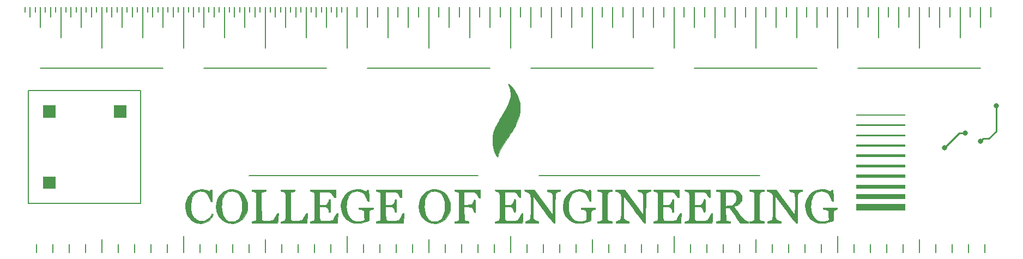
<source format=gbr>
G04 #@! TF.GenerationSoftware,KiCad,Pcbnew,(5.1.5)-3*
G04 #@! TF.CreationDate,2021-08-16T12:48:35-05:00*
G04 #@! TF.ProjectId,Valpo-PCB-Ruler,56616c70-6f2d-4504-9342-2d52756c6572,rev?*
G04 #@! TF.SameCoordinates,Original*
G04 #@! TF.FileFunction,Copper,L1,Top*
G04 #@! TF.FilePolarity,Positive*
%FSLAX46Y46*%
G04 Gerber Fmt 4.6, Leading zero omitted, Abs format (unit mm)*
G04 Created by KiCad (PCBNEW (5.1.5)-3) date 2021-08-16 12:48:35*
%MOMM*%
%LPD*%
G04 APERTURE LIST*
%ADD10C,0.200000*%
%ADD11C,0.100000*%
%ADD12C,0.010000*%
%ADD13C,0.800000*%
%ADD14C,0.250000*%
G04 APERTURE END LIST*
D10*
X121920000Y-89693750D02*
X86360000Y-89693750D01*
X165735000Y-89693750D02*
X131445000Y-89693750D01*
X200025000Y-73025000D02*
X180975000Y-73025000D01*
X174625000Y-73025000D02*
X155575000Y-73025000D01*
X149225000Y-73025000D02*
X130175000Y-73025000D01*
X123825000Y-73025000D02*
X104775000Y-73025000D01*
X98425000Y-73025000D02*
X79375000Y-73025000D01*
X73025000Y-73025000D02*
X53975000Y-73025000D01*
X180340000Y-101600000D02*
X180340000Y-100330000D01*
X195580000Y-101600000D02*
X195580000Y-100330000D01*
X190500000Y-101600000D02*
X190500000Y-99568000D01*
X182880000Y-101600000D02*
X182880000Y-100330000D01*
X200660000Y-101600000D02*
X200660000Y-100330000D01*
X187960000Y-101600000D02*
X187960000Y-100330000D01*
X185420000Y-101600000D02*
X185420000Y-100330000D01*
X198120000Y-101600000D02*
X198120000Y-100330000D01*
X193040000Y-101600000D02*
X193040000Y-100330000D01*
X154940000Y-101600000D02*
X154940000Y-100330000D01*
X170180000Y-101600000D02*
X170180000Y-100330000D01*
X165100000Y-101600000D02*
X165100000Y-99568000D01*
X157480000Y-101600000D02*
X157480000Y-100330000D01*
X175260000Y-101600000D02*
X175260000Y-100330000D01*
X162560000Y-101600000D02*
X162560000Y-100330000D01*
X160020000Y-101600000D02*
X160020000Y-100330000D01*
X177800000Y-101600000D02*
X177800000Y-99060000D01*
X172720000Y-101600000D02*
X172720000Y-100330000D01*
X167640000Y-101600000D02*
X167640000Y-100330000D01*
X129540000Y-101600000D02*
X129540000Y-100330000D01*
X144780000Y-101600000D02*
X144780000Y-100330000D01*
X139700000Y-101600000D02*
X139700000Y-99568000D01*
X132080000Y-101600000D02*
X132080000Y-100330000D01*
X149860000Y-101600000D02*
X149860000Y-100330000D01*
X137160000Y-101600000D02*
X137160000Y-100330000D01*
X134620000Y-101600000D02*
X134620000Y-100330000D01*
X152400000Y-101600000D02*
X152400000Y-99060000D01*
X147320000Y-101600000D02*
X147320000Y-100330000D01*
X142240000Y-101600000D02*
X142240000Y-100330000D01*
X104140000Y-101600000D02*
X104140000Y-100330000D01*
X119380000Y-101600000D02*
X119380000Y-100330000D01*
X114300000Y-101600000D02*
X114300000Y-99568000D01*
X106680000Y-101600000D02*
X106680000Y-100330000D01*
X124460000Y-101600000D02*
X124460000Y-100330000D01*
X111760000Y-101600000D02*
X111760000Y-100330000D01*
X109220000Y-101600000D02*
X109220000Y-100330000D01*
X127000000Y-101600000D02*
X127000000Y-99060000D01*
X121920000Y-101600000D02*
X121920000Y-100330000D01*
X116840000Y-101600000D02*
X116840000Y-100330000D01*
X78740000Y-101600000D02*
X78740000Y-100330000D01*
X93980000Y-101600000D02*
X93980000Y-100330000D01*
X88900000Y-101600000D02*
X88900000Y-99568000D01*
X81280000Y-101600000D02*
X81280000Y-100330000D01*
X99060000Y-101600000D02*
X99060000Y-100330000D01*
X86360000Y-101600000D02*
X86360000Y-100330000D01*
X83820000Y-101600000D02*
X83820000Y-100330000D01*
X101600000Y-101600000D02*
X101600000Y-99060000D01*
X96520000Y-101600000D02*
X96520000Y-100330000D01*
X91440000Y-101600000D02*
X91440000Y-100330000D01*
X76200000Y-101600000D02*
X76200000Y-99060000D01*
X73660000Y-101600000D02*
X73660000Y-100330000D01*
X71120000Y-101600000D02*
X71120000Y-100330000D01*
X68580000Y-101600000D02*
X68580000Y-100330000D01*
X66040000Y-101600000D02*
X66040000Y-100330000D01*
X63500000Y-101600000D02*
X63500000Y-99568000D01*
X60960000Y-101600000D02*
X60960000Y-100330000D01*
X58420000Y-101600000D02*
X58420000Y-100330000D01*
X55880000Y-101600000D02*
X55880000Y-100330000D01*
X53340000Y-101600000D02*
X53340000Y-100330000D01*
X200025000Y-66675000D02*
X200025000Y-63500000D01*
X190500000Y-69850000D02*
X190500000Y-63500000D01*
X201612500Y-65087500D02*
X201612500Y-63500000D01*
X193675000Y-66675000D02*
X193675000Y-63500000D01*
X192087500Y-65087500D02*
X192087500Y-63500000D01*
X179387500Y-65087500D02*
X179387500Y-63500000D01*
X195262500Y-65087500D02*
X195262500Y-63500000D01*
X196850000Y-68262500D02*
X196850000Y-63500000D01*
X188912500Y-65087500D02*
X188912500Y-63500000D01*
X198437500Y-65087500D02*
X198437500Y-63500000D01*
X182562500Y-65087500D02*
X182562500Y-63500000D01*
X185737500Y-65087500D02*
X185737500Y-63500000D01*
X184150000Y-68262500D02*
X184150000Y-63500000D01*
X180975000Y-66675000D02*
X180975000Y-63500000D01*
X187325000Y-66675000D02*
X187325000Y-63500000D01*
X177800000Y-69850000D02*
X177800000Y-63500000D01*
X174625000Y-66675000D02*
X174625000Y-63500000D01*
X165100000Y-69850000D02*
X165100000Y-63500000D01*
X176212500Y-65087500D02*
X176212500Y-63500000D01*
X168275000Y-66675000D02*
X168275000Y-63500000D01*
X166687500Y-65087500D02*
X166687500Y-63500000D01*
X153987500Y-65087500D02*
X153987500Y-63500000D01*
X169862500Y-65087500D02*
X169862500Y-63500000D01*
X171450000Y-68262500D02*
X171450000Y-63500000D01*
X163512500Y-65087500D02*
X163512500Y-63500000D01*
X173037500Y-65087500D02*
X173037500Y-63500000D01*
X157162500Y-65087500D02*
X157162500Y-63500000D01*
X160337500Y-65087500D02*
X160337500Y-63500000D01*
X158750000Y-68262500D02*
X158750000Y-63500000D01*
X155575000Y-66675000D02*
X155575000Y-63500000D01*
X161925000Y-66675000D02*
X161925000Y-63500000D01*
X152400000Y-69850000D02*
X152400000Y-63500000D01*
X149225000Y-66675000D02*
X149225000Y-63500000D01*
X139700000Y-69850000D02*
X139700000Y-63500000D01*
X150812500Y-65087500D02*
X150812500Y-63500000D01*
X142875000Y-66675000D02*
X142875000Y-63500000D01*
X141287500Y-65087500D02*
X141287500Y-63500000D01*
X128587500Y-65087500D02*
X128587500Y-63500000D01*
X144462500Y-65087500D02*
X144462500Y-63500000D01*
X146050000Y-68262500D02*
X146050000Y-63500000D01*
X138112500Y-65087500D02*
X138112500Y-63500000D01*
X147637500Y-65087500D02*
X147637500Y-63500000D01*
X131762500Y-65087500D02*
X131762500Y-63500000D01*
X134937500Y-65087500D02*
X134937500Y-63500000D01*
X133350000Y-68262500D02*
X133350000Y-63500000D01*
X130175000Y-66675000D02*
X130175000Y-63500000D01*
X136525000Y-66675000D02*
X136525000Y-63500000D01*
X127000000Y-69850000D02*
X127000000Y-63500000D01*
X123825000Y-66675000D02*
X123825000Y-63500000D01*
X114300000Y-69850000D02*
X114300000Y-63500000D01*
X125412500Y-65087500D02*
X125412500Y-63500000D01*
X117475000Y-66675000D02*
X117475000Y-63500000D01*
X115887500Y-65087500D02*
X115887500Y-63500000D01*
X103187500Y-65087500D02*
X103187500Y-63500000D01*
X119062500Y-65087500D02*
X119062500Y-63500000D01*
X120650000Y-68262500D02*
X120650000Y-63500000D01*
X112712500Y-65087500D02*
X112712500Y-63500000D01*
X122237500Y-65087500D02*
X122237500Y-63500000D01*
X106362500Y-65087500D02*
X106362500Y-63500000D01*
X109537500Y-65087500D02*
X109537500Y-63500000D01*
X107950000Y-68262500D02*
X107950000Y-63500000D01*
X104775000Y-66675000D02*
X104775000Y-63500000D01*
X111125000Y-66675000D02*
X111125000Y-63500000D01*
X100012500Y-65087500D02*
X100012500Y-63500000D01*
X94456250Y-64293750D02*
X94456250Y-63500000D01*
X101600000Y-69850000D02*
X101600000Y-63500000D01*
X92868750Y-64293750D02*
X92868750Y-63500000D01*
X93662500Y-65087500D02*
X93662500Y-63500000D01*
X96837500Y-65087500D02*
X96837500Y-63500000D01*
X90487500Y-65087500D02*
X90487500Y-63500000D01*
X96043750Y-64293750D02*
X96043750Y-63500000D01*
X95250000Y-68262500D02*
X95250000Y-63500000D01*
X91281250Y-64293750D02*
X91281250Y-63500000D01*
X100806250Y-64293750D02*
X100806250Y-63500000D01*
X97631250Y-64293750D02*
X97631250Y-63500000D01*
X99218750Y-64293750D02*
X99218750Y-63500000D01*
X92075000Y-66675000D02*
X92075000Y-63500000D01*
X98425000Y-66675000D02*
X98425000Y-63500000D01*
X89693750Y-64293750D02*
X89693750Y-63500000D01*
X87312500Y-65087500D02*
X87312500Y-63500000D01*
X81756250Y-64293750D02*
X81756250Y-63500000D01*
X88900000Y-69850000D02*
X88900000Y-63500000D01*
X80168750Y-64293750D02*
X80168750Y-63500000D01*
X80962500Y-65087500D02*
X80962500Y-63500000D01*
X84137500Y-65087500D02*
X84137500Y-63500000D01*
X77787500Y-65087500D02*
X77787500Y-63500000D01*
X83343750Y-64293750D02*
X83343750Y-63500000D01*
X82550000Y-68262500D02*
X82550000Y-63500000D01*
X78581250Y-64293750D02*
X78581250Y-63500000D01*
X88106250Y-64293750D02*
X88106250Y-63500000D01*
X84931250Y-64293750D02*
X84931250Y-63500000D01*
X86518750Y-64293750D02*
X86518750Y-63500000D01*
X79375000Y-66675000D02*
X79375000Y-63500000D01*
X85725000Y-66675000D02*
X85725000Y-63500000D01*
X76993750Y-64293750D02*
X76993750Y-63500000D01*
X74612500Y-65087500D02*
X74612500Y-63500000D01*
X69056250Y-64293750D02*
X69056250Y-63500000D01*
X76200000Y-69850000D02*
X76200000Y-63500000D01*
X67468750Y-64293750D02*
X67468750Y-63500000D01*
X68262500Y-65087500D02*
X68262500Y-63500000D01*
X71437500Y-65087500D02*
X71437500Y-63500000D01*
X65087500Y-65087500D02*
X65087500Y-63500000D01*
X70643750Y-64293750D02*
X70643750Y-63500000D01*
X69850000Y-68262500D02*
X69850000Y-63500000D01*
X65881250Y-64293750D02*
X65881250Y-63500000D01*
X75406250Y-64293750D02*
X75406250Y-63500000D01*
X72231250Y-64293750D02*
X72231250Y-63500000D01*
X73818750Y-64293750D02*
X73818750Y-63500000D01*
X66675000Y-66675000D02*
X66675000Y-63500000D01*
X73025000Y-66675000D02*
X73025000Y-63500000D01*
X64293750Y-64293750D02*
X64293750Y-63500000D01*
X63500000Y-69850000D02*
X63500000Y-63500000D01*
X60325000Y-66675000D02*
X60325000Y-63500000D01*
X57150000Y-68262500D02*
X57150000Y-63500000D01*
X53975000Y-66675000D02*
X53975000Y-63500000D01*
X61912500Y-65087500D02*
X61912500Y-63500000D01*
X58737500Y-65087500D02*
X58737500Y-63500000D01*
X55562500Y-65087500D02*
X55562500Y-63500000D01*
X62706250Y-64293750D02*
X62706250Y-63500000D01*
X61118750Y-64293750D02*
X61118750Y-63500000D01*
X59531250Y-64293750D02*
X59531250Y-63500000D01*
X57943750Y-64293750D02*
X57943750Y-63500000D01*
X56356250Y-64293750D02*
X56356250Y-63500000D01*
X54768750Y-64293750D02*
X54768750Y-63500000D01*
X53181250Y-64293750D02*
X53181250Y-63500000D01*
X52387500Y-65087500D02*
X52387500Y-63500000D01*
X51593750Y-64293750D02*
X51593750Y-63500000D01*
X69532500Y-93980000D02*
X69532500Y-76517500D01*
X69532500Y-76517500D02*
X52070000Y-76517500D01*
X52070000Y-93980000D02*
X69532500Y-93980000D01*
X52070000Y-76517500D02*
X52070000Y-93980000D01*
D11*
G36*
X188299721Y-86850588D02*
G01*
X180679721Y-86850588D01*
X180679721Y-86444188D01*
X188299721Y-86444188D01*
X188299721Y-86850588D01*
G37*
G36*
X188299721Y-90076388D02*
G01*
X180679721Y-90076388D01*
X180679721Y-89568388D01*
X188299721Y-89568388D01*
X188299721Y-90076388D01*
G37*
G36*
X188299721Y-95092888D02*
G01*
X180679721Y-95092888D01*
X180679721Y-94076888D01*
X188299721Y-94076888D01*
X188299721Y-95092888D01*
G37*
G36*
X188299721Y-93378388D02*
G01*
X180679721Y-93378388D01*
X180679721Y-92616388D01*
X188299721Y-92616388D01*
X188299721Y-93378388D01*
G37*
G36*
X188299721Y-91714688D02*
G01*
X180679721Y-91714688D01*
X180679721Y-91105088D01*
X188299721Y-91105088D01*
X188299721Y-91714688D01*
G37*
G36*
X188299721Y-88463488D02*
G01*
X180679721Y-88463488D01*
X180679721Y-88006288D01*
X188299721Y-88006288D01*
X188299721Y-88463488D01*
G37*
G36*
X188299721Y-85212288D02*
G01*
X180679721Y-85212288D01*
X180679721Y-84907488D01*
X188299721Y-84907488D01*
X188299721Y-85212288D01*
G37*
G36*
X188299721Y-83599388D02*
G01*
X180679721Y-83599388D01*
X180679721Y-83345388D01*
X188299721Y-83345388D01*
X188299721Y-83599388D01*
G37*
G36*
X188299721Y-81986488D02*
G01*
X180679721Y-81986488D01*
X180679721Y-81783288D01*
X188299721Y-81783288D01*
X188299721Y-81986488D01*
G37*
G36*
X188299721Y-80373588D02*
G01*
X180679721Y-80373588D01*
X180679721Y-80221188D01*
X188299721Y-80221188D01*
X188299721Y-80373588D01*
G37*
D12*
G36*
X56234353Y-91672543D02*
G01*
X54395043Y-91672543D01*
X54395043Y-89833232D01*
X56234353Y-89833232D01*
X56234353Y-91672543D01*
G37*
X56234353Y-91672543D02*
X54395043Y-91672543D01*
X54395043Y-89833232D01*
X56234353Y-89833232D01*
X56234353Y-91672543D01*
G36*
X56234353Y-80636681D02*
G01*
X54395043Y-80636681D01*
X54395043Y-78797370D01*
X56234353Y-78797370D01*
X56234353Y-80636681D01*
G37*
X56234353Y-80636681D02*
X54395043Y-80636681D01*
X54395043Y-78797370D01*
X56234353Y-78797370D01*
X56234353Y-80636681D01*
G36*
X67270216Y-80636681D02*
G01*
X65430905Y-80636681D01*
X65430905Y-78797370D01*
X67270216Y-78797370D01*
X67270216Y-80636681D01*
G37*
X67270216Y-80636681D02*
X65430905Y-80636681D01*
X65430905Y-78797370D01*
X67270216Y-78797370D01*
X67270216Y-80636681D01*
G36*
X79503463Y-91908146D02*
G01*
X79875719Y-92028081D01*
X80203600Y-92160987D01*
X80296737Y-92034293D01*
X80410816Y-91935999D01*
X80512637Y-91907599D01*
X80635400Y-91907600D01*
X80635400Y-93736400D01*
X80520062Y-93736400D01*
X80456734Y-93723384D01*
X80405594Y-93671300D01*
X80354552Y-93560590D01*
X80291521Y-93371697D01*
X80288372Y-93361569D01*
X80143191Y-92985399D01*
X79960867Y-92659438D01*
X79753553Y-92403052D01*
X79611760Y-92283305D01*
X79483275Y-92204418D01*
X79355949Y-92156779D01*
X79193815Y-92130666D01*
X79000354Y-92118071D01*
X78780441Y-92112979D01*
X78621198Y-92126278D01*
X78482342Y-92164899D01*
X78327455Y-92233884D01*
X77998270Y-92449972D01*
X77733543Y-92744557D01*
X77533302Y-93117581D01*
X77397574Y-93568983D01*
X77326388Y-94098704D01*
X77314763Y-94422200D01*
X77347946Y-94957773D01*
X77452206Y-95435111D01*
X77624897Y-95848962D01*
X77863372Y-96194070D01*
X78164982Y-96465183D01*
X78417254Y-96610458D01*
X78699133Y-96698606D01*
X79028222Y-96734180D01*
X79363937Y-96715741D01*
X79632932Y-96653584D01*
X79909075Y-96513351D01*
X80169535Y-96296134D01*
X80387652Y-96025956D01*
X80454394Y-95913454D01*
X80533400Y-95767210D01*
X80591465Y-95661977D01*
X80613431Y-95624584D01*
X80662143Y-95632350D01*
X80734351Y-95665382D01*
X80842003Y-95722996D01*
X80700601Y-95982885D01*
X80432894Y-96376434D01*
X80105491Y-96690647D01*
X79727192Y-96921227D01*
X79306793Y-97063875D01*
X78853093Y-97114293D01*
X78451000Y-97081947D01*
X78250231Y-97033571D01*
X78018465Y-96955889D01*
X77853666Y-96887172D01*
X77465195Y-96652495D01*
X77138392Y-96348341D01*
X76874859Y-95987176D01*
X76676198Y-95581467D01*
X76544010Y-95143680D01*
X76479896Y-94686279D01*
X76485460Y-94221732D01*
X76562301Y-93762505D01*
X76712022Y-93321062D01*
X76936224Y-92909871D01*
X77236510Y-92541397D01*
X77288727Y-92490091D01*
X77670364Y-92193360D01*
X78094394Y-91984704D01*
X78549080Y-91866218D01*
X79022682Y-91840000D01*
X79503463Y-91908146D01*
G37*
X79503463Y-91908146D02*
X79875719Y-92028081D01*
X80203600Y-92160987D01*
X80296737Y-92034293D01*
X80410816Y-91935999D01*
X80512637Y-91907599D01*
X80635400Y-91907600D01*
X80635400Y-93736400D01*
X80520062Y-93736400D01*
X80456734Y-93723384D01*
X80405594Y-93671300D01*
X80354552Y-93560590D01*
X80291521Y-93371697D01*
X80288372Y-93361569D01*
X80143191Y-92985399D01*
X79960867Y-92659438D01*
X79753553Y-92403052D01*
X79611760Y-92283305D01*
X79483275Y-92204418D01*
X79355949Y-92156779D01*
X79193815Y-92130666D01*
X79000354Y-92118071D01*
X78780441Y-92112979D01*
X78621198Y-92126278D01*
X78482342Y-92164899D01*
X78327455Y-92233884D01*
X77998270Y-92449972D01*
X77733543Y-92744557D01*
X77533302Y-93117581D01*
X77397574Y-93568983D01*
X77326388Y-94098704D01*
X77314763Y-94422200D01*
X77347946Y-94957773D01*
X77452206Y-95435111D01*
X77624897Y-95848962D01*
X77863372Y-96194070D01*
X78164982Y-96465183D01*
X78417254Y-96610458D01*
X78699133Y-96698606D01*
X79028222Y-96734180D01*
X79363937Y-96715741D01*
X79632932Y-96653584D01*
X79909075Y-96513351D01*
X80169535Y-96296134D01*
X80387652Y-96025956D01*
X80454394Y-95913454D01*
X80533400Y-95767210D01*
X80591465Y-95661977D01*
X80613431Y-95624584D01*
X80662143Y-95632350D01*
X80734351Y-95665382D01*
X80842003Y-95722996D01*
X80700601Y-95982885D01*
X80432894Y-96376434D01*
X80105491Y-96690647D01*
X79727192Y-96921227D01*
X79306793Y-97063875D01*
X78853093Y-97114293D01*
X78451000Y-97081947D01*
X78250231Y-97033571D01*
X78018465Y-96955889D01*
X77853666Y-96887172D01*
X77465195Y-96652495D01*
X77138392Y-96348341D01*
X76874859Y-95987176D01*
X76676198Y-95581467D01*
X76544010Y-95143680D01*
X76479896Y-94686279D01*
X76485460Y-94221732D01*
X76562301Y-93762505D01*
X76712022Y-93321062D01*
X76936224Y-92909871D01*
X77236510Y-92541397D01*
X77288727Y-92490091D01*
X77670364Y-92193360D01*
X78094394Y-91984704D01*
X78549080Y-91866218D01*
X79022682Y-91840000D01*
X79503463Y-91908146D01*
G36*
X84295001Y-91908430D02*
G01*
X84755286Y-92072595D01*
X84791603Y-92090029D01*
X85193523Y-92341434D01*
X85534000Y-92665951D01*
X85808067Y-93052237D01*
X86010763Y-93488950D01*
X86137122Y-93964749D01*
X86182181Y-94468290D01*
X86140976Y-94988232D01*
X86116873Y-95118199D01*
X85973131Y-95581444D01*
X85749556Y-95998545D01*
X85457256Y-96361583D01*
X85107335Y-96662640D01*
X84710901Y-96893798D01*
X84279058Y-97047138D01*
X83822913Y-97114742D01*
X83353572Y-97088692D01*
X83353200Y-97088633D01*
X82871035Y-96963096D01*
X82439685Y-96752349D01*
X82065220Y-96462397D01*
X81753711Y-96099248D01*
X81511229Y-95668906D01*
X81343843Y-95177378D01*
X81321155Y-95078151D01*
X81257000Y-94538609D01*
X81259657Y-94498400D01*
X82110232Y-94498400D01*
X82136823Y-95052322D01*
X82218382Y-95526223D01*
X82357187Y-95926953D01*
X82555518Y-96261362D01*
X82776993Y-96502539D01*
X82934634Y-96629886D01*
X83089076Y-96731273D01*
X83193549Y-96779778D01*
X83409919Y-96818704D01*
X83671419Y-96831418D01*
X83940167Y-96819306D01*
X84178282Y-96783758D01*
X84323536Y-96738354D01*
X84616881Y-96550295D01*
X84869709Y-96274216D01*
X85076858Y-95917348D01*
X85233166Y-95486922D01*
X85243162Y-95450120D01*
X85290744Y-95190552D01*
X85319413Y-94863377D01*
X85329272Y-94500794D01*
X85320423Y-94134999D01*
X85292969Y-93798190D01*
X85247011Y-93522566D01*
X85236906Y-93482400D01*
X85080885Y-93032799D01*
X84878563Y-92673238D01*
X84628994Y-92402840D01*
X84331230Y-92220729D01*
X83984326Y-92126028D01*
X83754425Y-92110800D01*
X83427381Y-92130116D01*
X83165096Y-92195030D01*
X82937002Y-92315990D01*
X82774434Y-92445761D01*
X82526519Y-92726730D01*
X82337965Y-93073102D01*
X82206974Y-93490435D01*
X82131746Y-93984287D01*
X82110232Y-94498400D01*
X81259657Y-94498400D01*
X81292236Y-94005467D01*
X81425627Y-93488880D01*
X81550530Y-93194618D01*
X81807961Y-92778396D01*
X82130145Y-92432894D01*
X82505158Y-92162177D01*
X82921075Y-91970307D01*
X83365971Y-91861351D01*
X83827921Y-91839370D01*
X84295001Y-91908430D01*
G37*
X84295001Y-91908430D02*
X84755286Y-92072595D01*
X84791603Y-92090029D01*
X85193523Y-92341434D01*
X85534000Y-92665951D01*
X85808067Y-93052237D01*
X86010763Y-93488950D01*
X86137122Y-93964749D01*
X86182181Y-94468290D01*
X86140976Y-94988232D01*
X86116873Y-95118199D01*
X85973131Y-95581444D01*
X85749556Y-95998545D01*
X85457256Y-96361583D01*
X85107335Y-96662640D01*
X84710901Y-96893798D01*
X84279058Y-97047138D01*
X83822913Y-97114742D01*
X83353572Y-97088692D01*
X83353200Y-97088633D01*
X82871035Y-96963096D01*
X82439685Y-96752349D01*
X82065220Y-96462397D01*
X81753711Y-96099248D01*
X81511229Y-95668906D01*
X81343843Y-95177378D01*
X81321155Y-95078151D01*
X81257000Y-94538609D01*
X81259657Y-94498400D01*
X82110232Y-94498400D01*
X82136823Y-95052322D01*
X82218382Y-95526223D01*
X82357187Y-95926953D01*
X82555518Y-96261362D01*
X82776993Y-96502539D01*
X82934634Y-96629886D01*
X83089076Y-96731273D01*
X83193549Y-96779778D01*
X83409919Y-96818704D01*
X83671419Y-96831418D01*
X83940167Y-96819306D01*
X84178282Y-96783758D01*
X84323536Y-96738354D01*
X84616881Y-96550295D01*
X84869709Y-96274216D01*
X85076858Y-95917348D01*
X85233166Y-95486922D01*
X85243162Y-95450120D01*
X85290744Y-95190552D01*
X85319413Y-94863377D01*
X85329272Y-94500794D01*
X85320423Y-94134999D01*
X85292969Y-93798190D01*
X85247011Y-93522566D01*
X85236906Y-93482400D01*
X85080885Y-93032799D01*
X84878563Y-92673238D01*
X84628994Y-92402840D01*
X84331230Y-92220729D01*
X83984326Y-92126028D01*
X83754425Y-92110800D01*
X83427381Y-92130116D01*
X83165096Y-92195030D01*
X82937002Y-92315990D01*
X82774434Y-92445761D01*
X82526519Y-92726730D01*
X82337965Y-93073102D01*
X82206974Y-93490435D01*
X82131746Y-93984287D01*
X82110232Y-94498400D01*
X81259657Y-94498400D01*
X81292236Y-94005467D01*
X81425627Y-93488880D01*
X81550530Y-93194618D01*
X81807961Y-92778396D01*
X82130145Y-92432894D01*
X82505158Y-92162177D01*
X82921075Y-91970307D01*
X83365971Y-91861351D01*
X83827921Y-91839370D01*
X84295001Y-91908430D01*
G36*
X103577461Y-91858451D02*
G01*
X103997276Y-91942215D01*
X104245621Y-92034301D01*
X104425119Y-92113888D01*
X104536114Y-92149847D01*
X104601848Y-92142196D01*
X104645569Y-92090951D01*
X104673043Y-92034600D01*
X104761816Y-91930222D01*
X104842224Y-91907600D01*
X104897556Y-91915461D01*
X104933564Y-91952480D01*
X104957167Y-92038804D01*
X104975286Y-92194584D01*
X104986166Y-92326700D01*
X105001876Y-92586194D01*
X105013533Y-92888359D01*
X105018952Y-93174286D01*
X105019095Y-93215700D01*
X105018204Y-93435745D01*
X105011832Y-93573472D01*
X104994947Y-93648161D01*
X104962517Y-93679093D01*
X104909513Y-93685549D01*
X104896482Y-93685600D01*
X104819011Y-93670169D01*
X104761598Y-93608588D01*
X104706161Y-93477918D01*
X104686258Y-93418900D01*
X104516964Y-92986053D01*
X104320034Y-92646869D01*
X104088935Y-92395627D01*
X103817137Y-92226607D01*
X103498107Y-92134087D01*
X103193325Y-92111296D01*
X102827148Y-92144026D01*
X102518204Y-92248316D01*
X102242361Y-92434878D01*
X102062000Y-92613513D01*
X101849762Y-92897502D01*
X101692901Y-93221945D01*
X101587419Y-93600571D01*
X101529319Y-94047108D01*
X101514200Y-94494660D01*
X101546571Y-95040638D01*
X101645087Y-95513589D01*
X101811851Y-95919360D01*
X102048965Y-96263799D01*
X102209815Y-96428932D01*
X102465764Y-96628626D01*
X102728753Y-96755621D01*
X103026300Y-96819048D01*
X103385920Y-96828038D01*
X103409528Y-96827070D01*
X103692607Y-96802676D01*
X103912326Y-96753165D01*
X104068299Y-96689772D01*
X104310999Y-96570781D01*
X104296899Y-95882875D01*
X104290493Y-95606186D01*
X104282339Y-95412821D01*
X104269083Y-95284516D01*
X104247374Y-95203007D01*
X104213858Y-95150030D01*
X104165182Y-95107322D01*
X104152811Y-95098016D01*
X104021831Y-95034884D01*
X103835984Y-94986138D01*
X103733711Y-94971224D01*
X103569498Y-94950132D01*
X103482677Y-94922089D01*
X103449191Y-94874634D01*
X103444600Y-94821492D01*
X103444600Y-94701600D01*
X105679800Y-94701600D01*
X105679800Y-94828600D01*
X105658231Y-94925869D01*
X105576126Y-94955307D01*
X105560380Y-94955600D01*
X105384036Y-94980032D01*
X105215743Y-95042402D01*
X105094738Y-95126319D01*
X105069127Y-95160803D01*
X105050984Y-95243850D01*
X105035805Y-95406967D01*
X105024925Y-95628636D01*
X105019678Y-95887340D01*
X105019400Y-95962858D01*
X105019400Y-96671995D01*
X104701900Y-96798578D01*
X104290767Y-96935554D01*
X103850698Y-97035423D01*
X103413168Y-97093484D01*
X103009654Y-97105037D01*
X102781038Y-97085455D01*
X102308922Y-96968886D01*
X101883833Y-96768806D01*
X101511859Y-96494690D01*
X101199084Y-96156014D01*
X100951596Y-95762252D01*
X100775482Y-95322881D01*
X100676827Y-94847375D01*
X100661719Y-94345210D01*
X100723668Y-93882602D01*
X100871777Y-93412807D01*
X101103353Y-92980704D01*
X101407101Y-92599937D01*
X101771724Y-92284147D01*
X102185928Y-92046975D01*
X102274171Y-92009999D01*
X102685981Y-91891974D01*
X103130387Y-91841581D01*
X103577461Y-91858451D01*
G37*
X103577461Y-91858451D02*
X103997276Y-91942215D01*
X104245621Y-92034301D01*
X104425119Y-92113888D01*
X104536114Y-92149847D01*
X104601848Y-92142196D01*
X104645569Y-92090951D01*
X104673043Y-92034600D01*
X104761816Y-91930222D01*
X104842224Y-91907600D01*
X104897556Y-91915461D01*
X104933564Y-91952480D01*
X104957167Y-92038804D01*
X104975286Y-92194584D01*
X104986166Y-92326700D01*
X105001876Y-92586194D01*
X105013533Y-92888359D01*
X105018952Y-93174286D01*
X105019095Y-93215700D01*
X105018204Y-93435745D01*
X105011832Y-93573472D01*
X104994947Y-93648161D01*
X104962517Y-93679093D01*
X104909513Y-93685549D01*
X104896482Y-93685600D01*
X104819011Y-93670169D01*
X104761598Y-93608588D01*
X104706161Y-93477918D01*
X104686258Y-93418900D01*
X104516964Y-92986053D01*
X104320034Y-92646869D01*
X104088935Y-92395627D01*
X103817137Y-92226607D01*
X103498107Y-92134087D01*
X103193325Y-92111296D01*
X102827148Y-92144026D01*
X102518204Y-92248316D01*
X102242361Y-92434878D01*
X102062000Y-92613513D01*
X101849762Y-92897502D01*
X101692901Y-93221945D01*
X101587419Y-93600571D01*
X101529319Y-94047108D01*
X101514200Y-94494660D01*
X101546571Y-95040638D01*
X101645087Y-95513589D01*
X101811851Y-95919360D01*
X102048965Y-96263799D01*
X102209815Y-96428932D01*
X102465764Y-96628626D01*
X102728753Y-96755621D01*
X103026300Y-96819048D01*
X103385920Y-96828038D01*
X103409528Y-96827070D01*
X103692607Y-96802676D01*
X103912326Y-96753165D01*
X104068299Y-96689772D01*
X104310999Y-96570781D01*
X104296899Y-95882875D01*
X104290493Y-95606186D01*
X104282339Y-95412821D01*
X104269083Y-95284516D01*
X104247374Y-95203007D01*
X104213858Y-95150030D01*
X104165182Y-95107322D01*
X104152811Y-95098016D01*
X104021831Y-95034884D01*
X103835984Y-94986138D01*
X103733711Y-94971224D01*
X103569498Y-94950132D01*
X103482677Y-94922089D01*
X103449191Y-94874634D01*
X103444600Y-94821492D01*
X103444600Y-94701600D01*
X105679800Y-94701600D01*
X105679800Y-94828600D01*
X105658231Y-94925869D01*
X105576126Y-94955307D01*
X105560380Y-94955600D01*
X105384036Y-94980032D01*
X105215743Y-95042402D01*
X105094738Y-95126319D01*
X105069127Y-95160803D01*
X105050984Y-95243850D01*
X105035805Y-95406967D01*
X105024925Y-95628636D01*
X105019678Y-95887340D01*
X105019400Y-95962858D01*
X105019400Y-96671995D01*
X104701900Y-96798578D01*
X104290767Y-96935554D01*
X103850698Y-97035423D01*
X103413168Y-97093484D01*
X103009654Y-97105037D01*
X102781038Y-97085455D01*
X102308922Y-96968886D01*
X101883833Y-96768806D01*
X101511859Y-96494690D01*
X101199084Y-96156014D01*
X100951596Y-95762252D01*
X100775482Y-95322881D01*
X100676827Y-94847375D01*
X100661719Y-94345210D01*
X100723668Y-93882602D01*
X100871777Y-93412807D01*
X101103353Y-92980704D01*
X101407101Y-92599937D01*
X101771724Y-92284147D01*
X102185928Y-92046975D01*
X102274171Y-92009999D01*
X102685981Y-91891974D01*
X103130387Y-91841581D01*
X103577461Y-91858451D01*
G36*
X115791001Y-91908430D02*
G01*
X116251286Y-92072595D01*
X116287603Y-92090029D01*
X116689523Y-92341434D01*
X117030000Y-92665951D01*
X117304067Y-93052237D01*
X117506763Y-93488950D01*
X117633122Y-93964749D01*
X117678181Y-94468290D01*
X117636976Y-94988232D01*
X117612873Y-95118199D01*
X117469131Y-95581444D01*
X117245556Y-95998545D01*
X116953256Y-96361583D01*
X116603335Y-96662640D01*
X116206901Y-96893798D01*
X115775058Y-97047138D01*
X115318913Y-97114742D01*
X114849572Y-97088692D01*
X114849200Y-97088633D01*
X114367035Y-96963096D01*
X113935685Y-96752349D01*
X113561220Y-96462397D01*
X113249711Y-96099248D01*
X113007229Y-95668906D01*
X112839843Y-95177378D01*
X112817155Y-95078151D01*
X112753000Y-94538609D01*
X112755657Y-94498400D01*
X113606232Y-94498400D01*
X113632823Y-95052322D01*
X113714382Y-95526223D01*
X113853187Y-95926953D01*
X114051518Y-96261362D01*
X114272993Y-96502539D01*
X114430634Y-96629886D01*
X114585076Y-96731273D01*
X114689549Y-96779778D01*
X114905919Y-96818704D01*
X115167419Y-96831418D01*
X115436167Y-96819306D01*
X115674282Y-96783758D01*
X115819536Y-96738354D01*
X116112881Y-96550295D01*
X116365709Y-96274216D01*
X116572858Y-95917348D01*
X116729166Y-95486922D01*
X116739162Y-95450120D01*
X116786744Y-95190552D01*
X116815413Y-94863377D01*
X116825272Y-94500794D01*
X116816423Y-94134999D01*
X116788969Y-93798190D01*
X116743011Y-93522566D01*
X116732906Y-93482400D01*
X116576885Y-93032799D01*
X116374563Y-92673238D01*
X116124994Y-92402840D01*
X115827230Y-92220729D01*
X115480326Y-92126028D01*
X115250425Y-92110800D01*
X114923381Y-92130116D01*
X114661096Y-92195030D01*
X114433002Y-92315990D01*
X114270434Y-92445761D01*
X114022519Y-92726730D01*
X113833965Y-93073102D01*
X113702974Y-93490435D01*
X113627746Y-93984287D01*
X113606232Y-94498400D01*
X112755657Y-94498400D01*
X112788236Y-94005467D01*
X112921627Y-93488880D01*
X113046530Y-93194618D01*
X113303961Y-92778396D01*
X113626145Y-92432894D01*
X114001158Y-92162177D01*
X114417075Y-91970307D01*
X114861971Y-91861351D01*
X115323921Y-91839370D01*
X115791001Y-91908430D01*
G37*
X115791001Y-91908430D02*
X116251286Y-92072595D01*
X116287603Y-92090029D01*
X116689523Y-92341434D01*
X117030000Y-92665951D01*
X117304067Y-93052237D01*
X117506763Y-93488950D01*
X117633122Y-93964749D01*
X117678181Y-94468290D01*
X117636976Y-94988232D01*
X117612873Y-95118199D01*
X117469131Y-95581444D01*
X117245556Y-95998545D01*
X116953256Y-96361583D01*
X116603335Y-96662640D01*
X116206901Y-96893798D01*
X115775058Y-97047138D01*
X115318913Y-97114742D01*
X114849572Y-97088692D01*
X114849200Y-97088633D01*
X114367035Y-96963096D01*
X113935685Y-96752349D01*
X113561220Y-96462397D01*
X113249711Y-96099248D01*
X113007229Y-95668906D01*
X112839843Y-95177378D01*
X112817155Y-95078151D01*
X112753000Y-94538609D01*
X112755657Y-94498400D01*
X113606232Y-94498400D01*
X113632823Y-95052322D01*
X113714382Y-95526223D01*
X113853187Y-95926953D01*
X114051518Y-96261362D01*
X114272993Y-96502539D01*
X114430634Y-96629886D01*
X114585076Y-96731273D01*
X114689549Y-96779778D01*
X114905919Y-96818704D01*
X115167419Y-96831418D01*
X115436167Y-96819306D01*
X115674282Y-96783758D01*
X115819536Y-96738354D01*
X116112881Y-96550295D01*
X116365709Y-96274216D01*
X116572858Y-95917348D01*
X116729166Y-95486922D01*
X116739162Y-95450120D01*
X116786744Y-95190552D01*
X116815413Y-94863377D01*
X116825272Y-94500794D01*
X116816423Y-94134999D01*
X116788969Y-93798190D01*
X116743011Y-93522566D01*
X116732906Y-93482400D01*
X116576885Y-93032799D01*
X116374563Y-92673238D01*
X116124994Y-92402840D01*
X115827230Y-92220729D01*
X115480326Y-92126028D01*
X115250425Y-92110800D01*
X114923381Y-92130116D01*
X114661096Y-92195030D01*
X114433002Y-92315990D01*
X114270434Y-92445761D01*
X114022519Y-92726730D01*
X113833965Y-93073102D01*
X113702974Y-93490435D01*
X113627746Y-93984287D01*
X113606232Y-94498400D01*
X112755657Y-94498400D01*
X112788236Y-94005467D01*
X112921627Y-93488880D01*
X113046530Y-93194618D01*
X113303961Y-92778396D01*
X113626145Y-92432894D01*
X114001158Y-92162177D01*
X114417075Y-91970307D01*
X114861971Y-91861351D01*
X115323921Y-91839370D01*
X115791001Y-91908430D01*
G36*
X138070661Y-91858451D02*
G01*
X138490476Y-91942215D01*
X138738821Y-92034301D01*
X138918319Y-92113888D01*
X139029314Y-92149847D01*
X139095048Y-92142196D01*
X139138769Y-92090951D01*
X139166243Y-92034600D01*
X139255016Y-91930222D01*
X139335424Y-91907600D01*
X139390756Y-91915461D01*
X139426764Y-91952480D01*
X139450367Y-92038804D01*
X139468486Y-92194584D01*
X139479366Y-92326700D01*
X139495076Y-92586194D01*
X139506733Y-92888359D01*
X139512152Y-93174286D01*
X139512295Y-93215700D01*
X139511404Y-93435745D01*
X139505032Y-93573472D01*
X139488147Y-93648161D01*
X139455717Y-93679093D01*
X139402713Y-93685549D01*
X139389682Y-93685600D01*
X139312211Y-93670169D01*
X139254798Y-93608588D01*
X139199361Y-93477918D01*
X139179458Y-93418900D01*
X139010164Y-92986053D01*
X138813234Y-92646869D01*
X138582135Y-92395627D01*
X138310337Y-92226607D01*
X137991307Y-92134087D01*
X137686525Y-92111296D01*
X137320348Y-92144026D01*
X137011404Y-92248316D01*
X136735561Y-92434878D01*
X136555200Y-92613513D01*
X136342962Y-92897502D01*
X136186101Y-93221945D01*
X136080619Y-93600571D01*
X136022519Y-94047108D01*
X136007400Y-94494660D01*
X136039771Y-95040638D01*
X136138287Y-95513589D01*
X136305051Y-95919360D01*
X136542165Y-96263799D01*
X136703015Y-96428932D01*
X136958964Y-96628626D01*
X137221953Y-96755621D01*
X137519500Y-96819048D01*
X137879120Y-96828038D01*
X137902728Y-96827070D01*
X138185807Y-96802676D01*
X138405526Y-96753165D01*
X138561499Y-96689772D01*
X138804199Y-96570781D01*
X138790099Y-95882875D01*
X138783693Y-95606186D01*
X138775539Y-95412821D01*
X138762283Y-95284516D01*
X138740574Y-95203007D01*
X138707058Y-95150030D01*
X138658382Y-95107322D01*
X138646011Y-95098016D01*
X138515031Y-95034884D01*
X138329184Y-94986138D01*
X138226911Y-94971224D01*
X138062698Y-94950132D01*
X137975877Y-94922089D01*
X137942391Y-94874634D01*
X137937800Y-94821492D01*
X137937800Y-94701600D01*
X140173000Y-94701600D01*
X140173000Y-94828600D01*
X140151431Y-94925869D01*
X140069326Y-94955307D01*
X140053580Y-94955600D01*
X139877236Y-94980032D01*
X139708943Y-95042402D01*
X139587938Y-95126319D01*
X139562327Y-95160803D01*
X139544184Y-95243850D01*
X139529005Y-95406967D01*
X139518125Y-95628636D01*
X139512878Y-95887340D01*
X139512600Y-95962858D01*
X139512600Y-96671995D01*
X139195100Y-96798578D01*
X138783967Y-96935554D01*
X138343898Y-97035423D01*
X137906368Y-97093484D01*
X137502854Y-97105037D01*
X137274238Y-97085455D01*
X136802122Y-96968886D01*
X136377033Y-96768806D01*
X136005059Y-96494690D01*
X135692284Y-96156014D01*
X135444796Y-95762252D01*
X135268682Y-95322881D01*
X135170027Y-94847375D01*
X135154919Y-94345210D01*
X135216868Y-93882602D01*
X135364977Y-93412807D01*
X135596553Y-92980704D01*
X135900301Y-92599937D01*
X136264924Y-92284147D01*
X136679128Y-92046975D01*
X136767371Y-92009999D01*
X137179181Y-91891974D01*
X137623587Y-91841581D01*
X138070661Y-91858451D01*
G37*
X138070661Y-91858451D02*
X138490476Y-91942215D01*
X138738821Y-92034301D01*
X138918319Y-92113888D01*
X139029314Y-92149847D01*
X139095048Y-92142196D01*
X139138769Y-92090951D01*
X139166243Y-92034600D01*
X139255016Y-91930222D01*
X139335424Y-91907600D01*
X139390756Y-91915461D01*
X139426764Y-91952480D01*
X139450367Y-92038804D01*
X139468486Y-92194584D01*
X139479366Y-92326700D01*
X139495076Y-92586194D01*
X139506733Y-92888359D01*
X139512152Y-93174286D01*
X139512295Y-93215700D01*
X139511404Y-93435745D01*
X139505032Y-93573472D01*
X139488147Y-93648161D01*
X139455717Y-93679093D01*
X139402713Y-93685549D01*
X139389682Y-93685600D01*
X139312211Y-93670169D01*
X139254798Y-93608588D01*
X139199361Y-93477918D01*
X139179458Y-93418900D01*
X139010164Y-92986053D01*
X138813234Y-92646869D01*
X138582135Y-92395627D01*
X138310337Y-92226607D01*
X137991307Y-92134087D01*
X137686525Y-92111296D01*
X137320348Y-92144026D01*
X137011404Y-92248316D01*
X136735561Y-92434878D01*
X136555200Y-92613513D01*
X136342962Y-92897502D01*
X136186101Y-93221945D01*
X136080619Y-93600571D01*
X136022519Y-94047108D01*
X136007400Y-94494660D01*
X136039771Y-95040638D01*
X136138287Y-95513589D01*
X136305051Y-95919360D01*
X136542165Y-96263799D01*
X136703015Y-96428932D01*
X136958964Y-96628626D01*
X137221953Y-96755621D01*
X137519500Y-96819048D01*
X137879120Y-96828038D01*
X137902728Y-96827070D01*
X138185807Y-96802676D01*
X138405526Y-96753165D01*
X138561499Y-96689772D01*
X138804199Y-96570781D01*
X138790099Y-95882875D01*
X138783693Y-95606186D01*
X138775539Y-95412821D01*
X138762283Y-95284516D01*
X138740574Y-95203007D01*
X138707058Y-95150030D01*
X138658382Y-95107322D01*
X138646011Y-95098016D01*
X138515031Y-95034884D01*
X138329184Y-94986138D01*
X138226911Y-94971224D01*
X138062698Y-94950132D01*
X137975877Y-94922089D01*
X137942391Y-94874634D01*
X137937800Y-94821492D01*
X137937800Y-94701600D01*
X140173000Y-94701600D01*
X140173000Y-94828600D01*
X140151431Y-94925869D01*
X140069326Y-94955307D01*
X140053580Y-94955600D01*
X139877236Y-94980032D01*
X139708943Y-95042402D01*
X139587938Y-95126319D01*
X139562327Y-95160803D01*
X139544184Y-95243850D01*
X139529005Y-95406967D01*
X139518125Y-95628636D01*
X139512878Y-95887340D01*
X139512600Y-95962858D01*
X139512600Y-96671995D01*
X139195100Y-96798578D01*
X138783967Y-96935554D01*
X138343898Y-97035423D01*
X137906368Y-97093484D01*
X137502854Y-97105037D01*
X137274238Y-97085455D01*
X136802122Y-96968886D01*
X136377033Y-96768806D01*
X136005059Y-96494690D01*
X135692284Y-96156014D01*
X135444796Y-95762252D01*
X135268682Y-95322881D01*
X135170027Y-94847375D01*
X135154919Y-94345210D01*
X135216868Y-93882602D01*
X135364977Y-93412807D01*
X135596553Y-92980704D01*
X135900301Y-92599937D01*
X136264924Y-92284147D01*
X136679128Y-92046975D01*
X136767371Y-92009999D01*
X137179181Y-91891974D01*
X137623587Y-91841581D01*
X138070661Y-91858451D01*
G36*
X175713461Y-91858451D02*
G01*
X176133276Y-91942215D01*
X176381621Y-92034301D01*
X176561119Y-92113888D01*
X176672114Y-92149847D01*
X176737848Y-92142196D01*
X176781569Y-92090951D01*
X176809043Y-92034600D01*
X176897816Y-91930222D01*
X176978224Y-91907600D01*
X177033556Y-91915461D01*
X177069564Y-91952480D01*
X177093167Y-92038804D01*
X177111286Y-92194584D01*
X177122166Y-92326700D01*
X177137876Y-92586194D01*
X177149533Y-92888359D01*
X177154952Y-93174286D01*
X177155095Y-93215700D01*
X177154204Y-93435745D01*
X177147832Y-93573472D01*
X177130947Y-93648161D01*
X177098517Y-93679093D01*
X177045513Y-93685549D01*
X177032482Y-93685600D01*
X176955011Y-93670169D01*
X176897598Y-93608588D01*
X176842161Y-93477918D01*
X176822258Y-93418900D01*
X176652964Y-92986053D01*
X176456034Y-92646869D01*
X176224935Y-92395627D01*
X175953137Y-92226607D01*
X175634107Y-92134087D01*
X175329325Y-92111296D01*
X174963148Y-92144026D01*
X174654204Y-92248316D01*
X174378361Y-92434878D01*
X174198000Y-92613513D01*
X173985762Y-92897502D01*
X173828901Y-93221945D01*
X173723419Y-93600571D01*
X173665319Y-94047108D01*
X173650200Y-94494660D01*
X173682571Y-95040638D01*
X173781087Y-95513589D01*
X173947851Y-95919360D01*
X174184965Y-96263799D01*
X174345815Y-96428932D01*
X174601764Y-96628626D01*
X174864753Y-96755621D01*
X175162300Y-96819048D01*
X175521920Y-96828038D01*
X175545528Y-96827070D01*
X175828607Y-96802676D01*
X176048326Y-96753165D01*
X176204299Y-96689772D01*
X176446999Y-96570781D01*
X176432899Y-95882875D01*
X176426493Y-95606186D01*
X176418339Y-95412821D01*
X176405083Y-95284516D01*
X176383374Y-95203007D01*
X176349858Y-95150030D01*
X176301182Y-95107322D01*
X176288811Y-95098016D01*
X176157831Y-95034884D01*
X175971984Y-94986138D01*
X175869711Y-94971224D01*
X175705498Y-94950132D01*
X175618677Y-94922089D01*
X175585191Y-94874634D01*
X175580600Y-94821492D01*
X175580600Y-94701600D01*
X177765000Y-94701600D01*
X177765000Y-94822107D01*
X177748658Y-94903455D01*
X177681510Y-94948967D01*
X177561085Y-94975221D01*
X177415172Y-95005325D01*
X177309016Y-95051876D01*
X177236358Y-95129771D01*
X177190940Y-95253905D01*
X177166503Y-95439174D01*
X177156790Y-95700473D01*
X177155400Y-95940797D01*
X177155400Y-96671995D01*
X176837900Y-96798578D01*
X176426767Y-96935554D01*
X175986698Y-97035423D01*
X175549168Y-97093484D01*
X175145654Y-97105037D01*
X174917038Y-97085455D01*
X174444922Y-96968886D01*
X174019833Y-96768806D01*
X173647859Y-96494690D01*
X173335084Y-96156014D01*
X173087596Y-95762252D01*
X172911482Y-95322881D01*
X172812827Y-94847375D01*
X172797719Y-94345210D01*
X172859668Y-93882602D01*
X173007777Y-93412807D01*
X173239353Y-92980704D01*
X173543101Y-92599937D01*
X173907724Y-92284147D01*
X174321928Y-92046975D01*
X174410171Y-92009999D01*
X174821981Y-91891974D01*
X175266387Y-91841581D01*
X175713461Y-91858451D01*
G37*
X175713461Y-91858451D02*
X176133276Y-91942215D01*
X176381621Y-92034301D01*
X176561119Y-92113888D01*
X176672114Y-92149847D01*
X176737848Y-92142196D01*
X176781569Y-92090951D01*
X176809043Y-92034600D01*
X176897816Y-91930222D01*
X176978224Y-91907600D01*
X177033556Y-91915461D01*
X177069564Y-91952480D01*
X177093167Y-92038804D01*
X177111286Y-92194584D01*
X177122166Y-92326700D01*
X177137876Y-92586194D01*
X177149533Y-92888359D01*
X177154952Y-93174286D01*
X177155095Y-93215700D01*
X177154204Y-93435745D01*
X177147832Y-93573472D01*
X177130947Y-93648161D01*
X177098517Y-93679093D01*
X177045513Y-93685549D01*
X177032482Y-93685600D01*
X176955011Y-93670169D01*
X176897598Y-93608588D01*
X176842161Y-93477918D01*
X176822258Y-93418900D01*
X176652964Y-92986053D01*
X176456034Y-92646869D01*
X176224935Y-92395627D01*
X175953137Y-92226607D01*
X175634107Y-92134087D01*
X175329325Y-92111296D01*
X174963148Y-92144026D01*
X174654204Y-92248316D01*
X174378361Y-92434878D01*
X174198000Y-92613513D01*
X173985762Y-92897502D01*
X173828901Y-93221945D01*
X173723419Y-93600571D01*
X173665319Y-94047108D01*
X173650200Y-94494660D01*
X173682571Y-95040638D01*
X173781087Y-95513589D01*
X173947851Y-95919360D01*
X174184965Y-96263799D01*
X174345815Y-96428932D01*
X174601764Y-96628626D01*
X174864753Y-96755621D01*
X175162300Y-96819048D01*
X175521920Y-96828038D01*
X175545528Y-96827070D01*
X175828607Y-96802676D01*
X176048326Y-96753165D01*
X176204299Y-96689772D01*
X176446999Y-96570781D01*
X176432899Y-95882875D01*
X176426493Y-95606186D01*
X176418339Y-95412821D01*
X176405083Y-95284516D01*
X176383374Y-95203007D01*
X176349858Y-95150030D01*
X176301182Y-95107322D01*
X176288811Y-95098016D01*
X176157831Y-95034884D01*
X175971984Y-94986138D01*
X175869711Y-94971224D01*
X175705498Y-94950132D01*
X175618677Y-94922089D01*
X175585191Y-94874634D01*
X175580600Y-94821492D01*
X175580600Y-94701600D01*
X177765000Y-94701600D01*
X177765000Y-94822107D01*
X177748658Y-94903455D01*
X177681510Y-94948967D01*
X177561085Y-94975221D01*
X177415172Y-95005325D01*
X177309016Y-95051876D01*
X177236358Y-95129771D01*
X177190940Y-95253905D01*
X177166503Y-95439174D01*
X177156790Y-95700473D01*
X177155400Y-95940797D01*
X177155400Y-96671995D01*
X176837900Y-96798578D01*
X176426767Y-96935554D01*
X175986698Y-97035423D01*
X175549168Y-97093484D01*
X175145654Y-97105037D01*
X174917038Y-97085455D01*
X174444922Y-96968886D01*
X174019833Y-96768806D01*
X173647859Y-96494690D01*
X173335084Y-96156014D01*
X173087596Y-95762252D01*
X172911482Y-95322881D01*
X172812827Y-94847375D01*
X172797719Y-94345210D01*
X172859668Y-93882602D01*
X173007777Y-93412807D01*
X173239353Y-92980704D01*
X173543101Y-92599937D01*
X173907724Y-92284147D01*
X174321928Y-92046975D01*
X174410171Y-92009999D01*
X174821981Y-91891974D01*
X175266387Y-91841581D01*
X175713461Y-91858451D01*
G36*
X134737400Y-92028107D02*
G01*
X134721488Y-92108684D01*
X134655748Y-92154148D01*
X134528867Y-92181960D01*
X134272388Y-92246160D01*
X134099928Y-92347969D01*
X133997968Y-92496553D01*
X133978048Y-92555381D01*
X133964368Y-92657453D01*
X133952483Y-92854839D01*
X133942534Y-93141267D01*
X133934664Y-93510464D01*
X133929012Y-93956160D01*
X133925721Y-94472080D01*
X133924883Y-94917500D01*
X133924600Y-97089200D01*
X133782604Y-97089200D01*
X133746285Y-97083085D01*
X133702732Y-97060453D01*
X133646716Y-97014868D01*
X133573012Y-96939894D01*
X133476393Y-96829097D01*
X133351632Y-96676041D01*
X133193504Y-96474293D01*
X132996780Y-96217416D01*
X132756235Y-95898976D01*
X132466642Y-95512538D01*
X132122775Y-95051667D01*
X132068104Y-94978286D01*
X130495600Y-92867373D01*
X130482204Y-94489560D01*
X130479318Y-94988883D01*
X130479880Y-95395201D01*
X130484129Y-95717057D01*
X130492305Y-95962995D01*
X130504645Y-96141559D01*
X130521390Y-96261294D01*
X130533004Y-96306517D01*
X130651111Y-96508913D01*
X130847773Y-96661513D01*
X131107552Y-96753091D01*
X131159721Y-96762213D01*
X131300851Y-96790996D01*
X131366955Y-96833277D01*
X131384497Y-96907291D01*
X131384600Y-96917168D01*
X131384600Y-97038400D01*
X129301800Y-97038400D01*
X129301800Y-96923421D01*
X129317401Y-96851562D01*
X129379866Y-96801939D01*
X129512689Y-96758813D01*
X129567681Y-96745285D01*
X129765162Y-96687301D01*
X129906080Y-96610563D01*
X130002008Y-96497261D01*
X130064518Y-96329581D01*
X130105185Y-96089712D01*
X130125360Y-95886956D01*
X130138153Y-95675544D01*
X130148207Y-95385244D01*
X130155139Y-95038743D01*
X130158563Y-94658727D01*
X130158095Y-94267882D01*
X130156171Y-94066600D01*
X130150602Y-93670901D01*
X130144460Y-93363329D01*
X130136624Y-93130410D01*
X130125972Y-92958674D01*
X130111383Y-92834647D01*
X130091735Y-92744857D01*
X130065906Y-92675832D01*
X130035653Y-92618972D01*
X129855671Y-92404537D01*
X129615608Y-92248329D01*
X129394718Y-92179719D01*
X129265199Y-92148292D01*
X129209747Y-92095906D01*
X129200200Y-92028107D01*
X129200200Y-91907600D01*
X129924100Y-91910591D01*
X130648000Y-91913583D01*
X132095800Y-93870160D01*
X133543600Y-95826736D01*
X133558621Y-94387868D01*
X133561441Y-94003345D01*
X133561850Y-93641493D01*
X133560005Y-93317854D01*
X133556062Y-93047975D01*
X133550178Y-92847397D01*
X133542511Y-92731667D01*
X133541852Y-92726721D01*
X133477805Y-92511667D01*
X133348615Y-92357022D01*
X133141790Y-92251032D01*
X132992468Y-92209675D01*
X132828327Y-92167562D01*
X132741486Y-92125583D01*
X132708748Y-92068937D01*
X132705400Y-92026516D01*
X132705400Y-91907600D01*
X134737400Y-91907600D01*
X134737400Y-92028107D01*
G37*
X134737400Y-92028107D02*
X134721488Y-92108684D01*
X134655748Y-92154148D01*
X134528867Y-92181960D01*
X134272388Y-92246160D01*
X134099928Y-92347969D01*
X133997968Y-92496553D01*
X133978048Y-92555381D01*
X133964368Y-92657453D01*
X133952483Y-92854839D01*
X133942534Y-93141267D01*
X133934664Y-93510464D01*
X133929012Y-93956160D01*
X133925721Y-94472080D01*
X133924883Y-94917500D01*
X133924600Y-97089200D01*
X133782604Y-97089200D01*
X133746285Y-97083085D01*
X133702732Y-97060453D01*
X133646716Y-97014868D01*
X133573012Y-96939894D01*
X133476393Y-96829097D01*
X133351632Y-96676041D01*
X133193504Y-96474293D01*
X132996780Y-96217416D01*
X132756235Y-95898976D01*
X132466642Y-95512538D01*
X132122775Y-95051667D01*
X132068104Y-94978286D01*
X130495600Y-92867373D01*
X130482204Y-94489560D01*
X130479318Y-94988883D01*
X130479880Y-95395201D01*
X130484129Y-95717057D01*
X130492305Y-95962995D01*
X130504645Y-96141559D01*
X130521390Y-96261294D01*
X130533004Y-96306517D01*
X130651111Y-96508913D01*
X130847773Y-96661513D01*
X131107552Y-96753091D01*
X131159721Y-96762213D01*
X131300851Y-96790996D01*
X131366955Y-96833277D01*
X131384497Y-96907291D01*
X131384600Y-96917168D01*
X131384600Y-97038400D01*
X129301800Y-97038400D01*
X129301800Y-96923421D01*
X129317401Y-96851562D01*
X129379866Y-96801939D01*
X129512689Y-96758813D01*
X129567681Y-96745285D01*
X129765162Y-96687301D01*
X129906080Y-96610563D01*
X130002008Y-96497261D01*
X130064518Y-96329581D01*
X130105185Y-96089712D01*
X130125360Y-95886956D01*
X130138153Y-95675544D01*
X130148207Y-95385244D01*
X130155139Y-95038743D01*
X130158563Y-94658727D01*
X130158095Y-94267882D01*
X130156171Y-94066600D01*
X130150602Y-93670901D01*
X130144460Y-93363329D01*
X130136624Y-93130410D01*
X130125972Y-92958674D01*
X130111383Y-92834647D01*
X130091735Y-92744857D01*
X130065906Y-92675832D01*
X130035653Y-92618972D01*
X129855671Y-92404537D01*
X129615608Y-92248329D01*
X129394718Y-92179719D01*
X129265199Y-92148292D01*
X129209747Y-92095906D01*
X129200200Y-92028107D01*
X129200200Y-91907600D01*
X129924100Y-91910591D01*
X130648000Y-91913583D01*
X132095800Y-93870160D01*
X133543600Y-95826736D01*
X133558621Y-94387868D01*
X133561441Y-94003345D01*
X133561850Y-93641493D01*
X133560005Y-93317854D01*
X133556062Y-93047975D01*
X133550178Y-92847397D01*
X133542511Y-92731667D01*
X133541852Y-92726721D01*
X133477805Y-92511667D01*
X133348615Y-92357022D01*
X133141790Y-92251032D01*
X132992468Y-92209675D01*
X132828327Y-92167562D01*
X132741486Y-92125583D01*
X132708748Y-92068937D01*
X132705400Y-92026516D01*
X132705400Y-91907600D01*
X134737400Y-91907600D01*
X134737400Y-92028107D01*
G36*
X148809000Y-92028107D02*
G01*
X148793088Y-92108684D01*
X148727348Y-92154148D01*
X148600467Y-92181960D01*
X148343988Y-92246160D01*
X148171528Y-92347969D01*
X148069568Y-92496553D01*
X148049648Y-92555381D01*
X148035968Y-92657453D01*
X148024083Y-92854839D01*
X148014134Y-93141267D01*
X148006264Y-93510464D01*
X148000612Y-93956160D01*
X147997321Y-94472080D01*
X147996483Y-94917500D01*
X147996200Y-97089200D01*
X147854204Y-97089200D01*
X147817885Y-97083085D01*
X147774332Y-97060453D01*
X147718316Y-97014868D01*
X147644612Y-96939894D01*
X147547993Y-96829097D01*
X147423232Y-96676041D01*
X147265104Y-96474293D01*
X147068380Y-96217416D01*
X146827835Y-95898976D01*
X146538242Y-95512538D01*
X146194375Y-95051667D01*
X146139704Y-94978286D01*
X144567200Y-92867373D01*
X144553804Y-94489560D01*
X144550918Y-94988883D01*
X144551480Y-95395201D01*
X144555729Y-95717057D01*
X144563905Y-95962995D01*
X144576245Y-96141559D01*
X144592990Y-96261294D01*
X144604604Y-96306517D01*
X144722711Y-96508913D01*
X144919373Y-96661513D01*
X145179152Y-96753091D01*
X145231321Y-96762213D01*
X145372451Y-96790996D01*
X145438555Y-96833277D01*
X145456097Y-96907291D01*
X145456200Y-96917168D01*
X145456200Y-97038400D01*
X143373400Y-97038400D01*
X143373400Y-96923421D01*
X143389001Y-96851562D01*
X143451466Y-96801939D01*
X143584289Y-96758813D01*
X143639281Y-96745285D01*
X143836762Y-96687301D01*
X143977680Y-96610563D01*
X144073608Y-96497261D01*
X144136118Y-96329581D01*
X144176785Y-96089712D01*
X144196960Y-95886956D01*
X144209753Y-95675544D01*
X144219807Y-95385244D01*
X144226739Y-95038743D01*
X144230163Y-94658727D01*
X144229695Y-94267882D01*
X144227771Y-94066600D01*
X144222202Y-93670901D01*
X144216060Y-93363329D01*
X144208224Y-93130410D01*
X144197572Y-92958674D01*
X144182983Y-92834647D01*
X144163335Y-92744857D01*
X144137506Y-92675832D01*
X144107253Y-92618972D01*
X143927271Y-92404537D01*
X143687208Y-92248329D01*
X143466318Y-92179719D01*
X143336799Y-92148292D01*
X143281347Y-92095906D01*
X143271800Y-92028107D01*
X143271800Y-91907600D01*
X143995700Y-91910591D01*
X144719600Y-91913583D01*
X146167400Y-93870160D01*
X147615200Y-95826736D01*
X147630221Y-94387868D01*
X147633041Y-94003345D01*
X147633450Y-93641493D01*
X147631605Y-93317854D01*
X147627662Y-93047975D01*
X147621778Y-92847397D01*
X147614111Y-92731667D01*
X147613452Y-92726721D01*
X147549405Y-92511667D01*
X147420215Y-92357022D01*
X147213390Y-92251032D01*
X147064068Y-92209675D01*
X146899927Y-92167562D01*
X146813086Y-92125583D01*
X146780348Y-92068937D01*
X146777000Y-92026516D01*
X146777000Y-91907600D01*
X148809000Y-91907600D01*
X148809000Y-92028107D01*
G37*
X148809000Y-92028107D02*
X148793088Y-92108684D01*
X148727348Y-92154148D01*
X148600467Y-92181960D01*
X148343988Y-92246160D01*
X148171528Y-92347969D01*
X148069568Y-92496553D01*
X148049648Y-92555381D01*
X148035968Y-92657453D01*
X148024083Y-92854839D01*
X148014134Y-93141267D01*
X148006264Y-93510464D01*
X148000612Y-93956160D01*
X147997321Y-94472080D01*
X147996483Y-94917500D01*
X147996200Y-97089200D01*
X147854204Y-97089200D01*
X147817885Y-97083085D01*
X147774332Y-97060453D01*
X147718316Y-97014868D01*
X147644612Y-96939894D01*
X147547993Y-96829097D01*
X147423232Y-96676041D01*
X147265104Y-96474293D01*
X147068380Y-96217416D01*
X146827835Y-95898976D01*
X146538242Y-95512538D01*
X146194375Y-95051667D01*
X146139704Y-94978286D01*
X144567200Y-92867373D01*
X144553804Y-94489560D01*
X144550918Y-94988883D01*
X144551480Y-95395201D01*
X144555729Y-95717057D01*
X144563905Y-95962995D01*
X144576245Y-96141559D01*
X144592990Y-96261294D01*
X144604604Y-96306517D01*
X144722711Y-96508913D01*
X144919373Y-96661513D01*
X145179152Y-96753091D01*
X145231321Y-96762213D01*
X145372451Y-96790996D01*
X145438555Y-96833277D01*
X145456097Y-96907291D01*
X145456200Y-96917168D01*
X145456200Y-97038400D01*
X143373400Y-97038400D01*
X143373400Y-96923421D01*
X143389001Y-96851562D01*
X143451466Y-96801939D01*
X143584289Y-96758813D01*
X143639281Y-96745285D01*
X143836762Y-96687301D01*
X143977680Y-96610563D01*
X144073608Y-96497261D01*
X144136118Y-96329581D01*
X144176785Y-96089712D01*
X144196960Y-95886956D01*
X144209753Y-95675544D01*
X144219807Y-95385244D01*
X144226739Y-95038743D01*
X144230163Y-94658727D01*
X144229695Y-94267882D01*
X144227771Y-94066600D01*
X144222202Y-93670901D01*
X144216060Y-93363329D01*
X144208224Y-93130410D01*
X144197572Y-92958674D01*
X144182983Y-92834647D01*
X144163335Y-92744857D01*
X144137506Y-92675832D01*
X144107253Y-92618972D01*
X143927271Y-92404537D01*
X143687208Y-92248329D01*
X143466318Y-92179719D01*
X143336799Y-92148292D01*
X143281347Y-92095906D01*
X143271800Y-92028107D01*
X143271800Y-91907600D01*
X143995700Y-91910591D01*
X144719600Y-91913583D01*
X146167400Y-93870160D01*
X147615200Y-95826736D01*
X147630221Y-94387868D01*
X147633041Y-94003345D01*
X147633450Y-93641493D01*
X147631605Y-93317854D01*
X147627662Y-93047975D01*
X147621778Y-92847397D01*
X147614111Y-92731667D01*
X147613452Y-92726721D01*
X147549405Y-92511667D01*
X147420215Y-92357022D01*
X147213390Y-92251032D01*
X147064068Y-92209675D01*
X146899927Y-92167562D01*
X146813086Y-92125583D01*
X146780348Y-92068937D01*
X146777000Y-92026516D01*
X146777000Y-91907600D01*
X148809000Y-91907600D01*
X148809000Y-92028107D01*
G36*
X172380200Y-92028107D02*
G01*
X172364288Y-92108684D01*
X172298548Y-92154148D01*
X172171667Y-92181960D01*
X171915188Y-92246160D01*
X171742728Y-92347969D01*
X171640768Y-92496553D01*
X171620848Y-92555381D01*
X171607168Y-92657453D01*
X171595283Y-92854839D01*
X171585334Y-93141267D01*
X171577464Y-93510464D01*
X171571812Y-93956160D01*
X171568521Y-94472080D01*
X171567683Y-94917500D01*
X171567400Y-97089200D01*
X171425404Y-97089200D01*
X171389085Y-97083085D01*
X171345532Y-97060453D01*
X171289516Y-97014868D01*
X171215812Y-96939894D01*
X171119193Y-96829097D01*
X170994432Y-96676041D01*
X170836304Y-96474293D01*
X170639580Y-96217416D01*
X170399035Y-95898976D01*
X170109442Y-95512538D01*
X169765575Y-95051667D01*
X169710904Y-94978286D01*
X168138400Y-92867373D01*
X168125004Y-94489560D01*
X168122118Y-94988883D01*
X168122680Y-95395201D01*
X168126929Y-95717057D01*
X168135105Y-95962995D01*
X168147445Y-96141559D01*
X168164190Y-96261294D01*
X168175804Y-96306517D01*
X168293911Y-96508913D01*
X168490573Y-96661513D01*
X168750352Y-96753091D01*
X168802521Y-96762213D01*
X168943651Y-96790996D01*
X169009755Y-96833277D01*
X169027297Y-96907291D01*
X169027400Y-96917168D01*
X169027400Y-97038400D01*
X166944600Y-97038400D01*
X166944600Y-96923421D01*
X166960201Y-96851562D01*
X167022666Y-96801939D01*
X167155489Y-96758813D01*
X167210481Y-96745285D01*
X167407962Y-96687301D01*
X167548880Y-96610563D01*
X167644808Y-96497261D01*
X167707318Y-96329581D01*
X167747985Y-96089712D01*
X167768160Y-95886956D01*
X167780953Y-95675544D01*
X167791007Y-95385244D01*
X167797939Y-95038743D01*
X167801363Y-94658727D01*
X167800895Y-94267882D01*
X167798971Y-94066600D01*
X167793402Y-93670901D01*
X167787260Y-93363329D01*
X167779424Y-93130410D01*
X167768772Y-92958674D01*
X167754183Y-92834647D01*
X167734535Y-92744857D01*
X167708706Y-92675832D01*
X167678453Y-92618972D01*
X167498471Y-92404537D01*
X167258408Y-92248329D01*
X167037518Y-92179719D01*
X166907999Y-92148292D01*
X166852547Y-92095906D01*
X166843000Y-92028107D01*
X166843000Y-91907600D01*
X167566900Y-91910591D01*
X168290800Y-91913583D01*
X169738600Y-93870160D01*
X171186400Y-95826736D01*
X171201421Y-94387868D01*
X171204241Y-94003345D01*
X171204650Y-93641493D01*
X171202805Y-93317854D01*
X171198862Y-93047975D01*
X171192978Y-92847397D01*
X171185311Y-92731667D01*
X171184652Y-92726721D01*
X171120605Y-92511667D01*
X170991415Y-92357022D01*
X170784590Y-92251032D01*
X170635268Y-92209675D01*
X170471127Y-92167562D01*
X170384286Y-92125583D01*
X170351548Y-92068937D01*
X170348200Y-92026516D01*
X170348200Y-91907600D01*
X172380200Y-91907600D01*
X172380200Y-92028107D01*
G37*
X172380200Y-92028107D02*
X172364288Y-92108684D01*
X172298548Y-92154148D01*
X172171667Y-92181960D01*
X171915188Y-92246160D01*
X171742728Y-92347969D01*
X171640768Y-92496553D01*
X171620848Y-92555381D01*
X171607168Y-92657453D01*
X171595283Y-92854839D01*
X171585334Y-93141267D01*
X171577464Y-93510464D01*
X171571812Y-93956160D01*
X171568521Y-94472080D01*
X171567683Y-94917500D01*
X171567400Y-97089200D01*
X171425404Y-97089200D01*
X171389085Y-97083085D01*
X171345532Y-97060453D01*
X171289516Y-97014868D01*
X171215812Y-96939894D01*
X171119193Y-96829097D01*
X170994432Y-96676041D01*
X170836304Y-96474293D01*
X170639580Y-96217416D01*
X170399035Y-95898976D01*
X170109442Y-95512538D01*
X169765575Y-95051667D01*
X169710904Y-94978286D01*
X168138400Y-92867373D01*
X168125004Y-94489560D01*
X168122118Y-94988883D01*
X168122680Y-95395201D01*
X168126929Y-95717057D01*
X168135105Y-95962995D01*
X168147445Y-96141559D01*
X168164190Y-96261294D01*
X168175804Y-96306517D01*
X168293911Y-96508913D01*
X168490573Y-96661513D01*
X168750352Y-96753091D01*
X168802521Y-96762213D01*
X168943651Y-96790996D01*
X169009755Y-96833277D01*
X169027297Y-96907291D01*
X169027400Y-96917168D01*
X169027400Y-97038400D01*
X166944600Y-97038400D01*
X166944600Y-96923421D01*
X166960201Y-96851562D01*
X167022666Y-96801939D01*
X167155489Y-96758813D01*
X167210481Y-96745285D01*
X167407962Y-96687301D01*
X167548880Y-96610563D01*
X167644808Y-96497261D01*
X167707318Y-96329581D01*
X167747985Y-96089712D01*
X167768160Y-95886956D01*
X167780953Y-95675544D01*
X167791007Y-95385244D01*
X167797939Y-95038743D01*
X167801363Y-94658727D01*
X167800895Y-94267882D01*
X167798971Y-94066600D01*
X167793402Y-93670901D01*
X167787260Y-93363329D01*
X167779424Y-93130410D01*
X167768772Y-92958674D01*
X167754183Y-92834647D01*
X167734535Y-92744857D01*
X167708706Y-92675832D01*
X167678453Y-92618972D01*
X167498471Y-92404537D01*
X167258408Y-92248329D01*
X167037518Y-92179719D01*
X166907999Y-92148292D01*
X166852547Y-92095906D01*
X166843000Y-92028107D01*
X166843000Y-91907600D01*
X167566900Y-91910591D01*
X168290800Y-91913583D01*
X169738600Y-93870160D01*
X171186400Y-95826736D01*
X171201421Y-94387868D01*
X171204241Y-94003345D01*
X171204650Y-93641493D01*
X171202805Y-93317854D01*
X171198862Y-93047975D01*
X171192978Y-92847397D01*
X171185311Y-92731667D01*
X171184652Y-92726721D01*
X171120605Y-92511667D01*
X170991415Y-92357022D01*
X170784590Y-92251032D01*
X170635268Y-92209675D01*
X170471127Y-92167562D01*
X170384286Y-92125583D01*
X170351548Y-92068937D01*
X170348200Y-92026516D01*
X170348200Y-91907600D01*
X172380200Y-91907600D01*
X172380200Y-92028107D01*
G36*
X89017400Y-92027993D02*
G01*
X89004206Y-92104517D01*
X88946913Y-92146382D01*
X88818950Y-92170621D01*
X88789532Y-92174070D01*
X88616853Y-92209184D01*
X88466056Y-92265192D01*
X88433932Y-92283448D01*
X88306200Y-92367142D01*
X88306200Y-94439061D01*
X88306733Y-94968629D01*
X88308531Y-95405483D01*
X88311887Y-95758504D01*
X88317097Y-96036572D01*
X88324454Y-96248568D01*
X88334254Y-96403375D01*
X88346791Y-96509872D01*
X88362359Y-96576940D01*
X88378202Y-96609590D01*
X88420733Y-96652407D01*
X88487171Y-96682041D01*
X88596351Y-96701698D01*
X88767112Y-96714584D01*
X89018290Y-96723904D01*
X89056140Y-96724974D01*
X89403907Y-96729174D01*
X89668649Y-96716561D01*
X89868250Y-96682146D01*
X90020595Y-96620939D01*
X90143568Y-96527949D01*
X90255054Y-96398185D01*
X90262276Y-96388431D01*
X90382690Y-96210280D01*
X90514083Y-95994293D01*
X90604024Y-95832087D01*
X90719571Y-95636068D01*
X90813247Y-95533472D01*
X90864968Y-95514587D01*
X90906475Y-95521114D01*
X90931892Y-95552678D01*
X90943199Y-95626954D01*
X90942379Y-95761621D01*
X90931412Y-95974354D01*
X90926164Y-96060500D01*
X90909139Y-96312074D01*
X90890489Y-96549753D01*
X90872939Y-96740387D01*
X90863528Y-96822500D01*
X90834663Y-97038400D01*
X86833000Y-97038400D01*
X86833000Y-96917863D01*
X86843787Y-96845880D01*
X86892901Y-96805168D01*
X87005471Y-96781817D01*
X87096470Y-96772010D01*
X87204026Y-96762270D01*
X87292844Y-96749621D01*
X87364714Y-96725038D01*
X87421426Y-96679499D01*
X87464769Y-96603980D01*
X87496533Y-96489458D01*
X87518509Y-96326909D01*
X87532486Y-96107312D01*
X87540254Y-95821641D01*
X87543603Y-95460874D01*
X87544322Y-95015988D01*
X87544200Y-94514832D01*
X87542953Y-94011732D01*
X87539341Y-93562782D01*
X87533555Y-93176137D01*
X87525788Y-92859948D01*
X87516230Y-92622369D01*
X87505074Y-92471552D01*
X87494882Y-92418369D01*
X87413398Y-92340185D01*
X87270819Y-92259730D01*
X87105679Y-92194632D01*
X86956515Y-92162518D01*
X86933571Y-92161599D01*
X86854554Y-92131298D01*
X86833000Y-92034600D01*
X86833000Y-91907600D01*
X89017400Y-91907600D01*
X89017400Y-92027993D01*
G37*
X89017400Y-92027993D02*
X89004206Y-92104517D01*
X88946913Y-92146382D01*
X88818950Y-92170621D01*
X88789532Y-92174070D01*
X88616853Y-92209184D01*
X88466056Y-92265192D01*
X88433932Y-92283448D01*
X88306200Y-92367142D01*
X88306200Y-94439061D01*
X88306733Y-94968629D01*
X88308531Y-95405483D01*
X88311887Y-95758504D01*
X88317097Y-96036572D01*
X88324454Y-96248568D01*
X88334254Y-96403375D01*
X88346791Y-96509872D01*
X88362359Y-96576940D01*
X88378202Y-96609590D01*
X88420733Y-96652407D01*
X88487171Y-96682041D01*
X88596351Y-96701698D01*
X88767112Y-96714584D01*
X89018290Y-96723904D01*
X89056140Y-96724974D01*
X89403907Y-96729174D01*
X89668649Y-96716561D01*
X89868250Y-96682146D01*
X90020595Y-96620939D01*
X90143568Y-96527949D01*
X90255054Y-96398185D01*
X90262276Y-96388431D01*
X90382690Y-96210280D01*
X90514083Y-95994293D01*
X90604024Y-95832087D01*
X90719571Y-95636068D01*
X90813247Y-95533472D01*
X90864968Y-95514587D01*
X90906475Y-95521114D01*
X90931892Y-95552678D01*
X90943199Y-95626954D01*
X90942379Y-95761621D01*
X90931412Y-95974354D01*
X90926164Y-96060500D01*
X90909139Y-96312074D01*
X90890489Y-96549753D01*
X90872939Y-96740387D01*
X90863528Y-96822500D01*
X90834663Y-97038400D01*
X86833000Y-97038400D01*
X86833000Y-96917863D01*
X86843787Y-96845880D01*
X86892901Y-96805168D01*
X87005471Y-96781817D01*
X87096470Y-96772010D01*
X87204026Y-96762270D01*
X87292844Y-96749621D01*
X87364714Y-96725038D01*
X87421426Y-96679499D01*
X87464769Y-96603980D01*
X87496533Y-96489458D01*
X87518509Y-96326909D01*
X87532486Y-96107312D01*
X87540254Y-95821641D01*
X87543603Y-95460874D01*
X87544322Y-95015988D01*
X87544200Y-94514832D01*
X87542953Y-94011732D01*
X87539341Y-93562782D01*
X87533555Y-93176137D01*
X87525788Y-92859948D01*
X87516230Y-92622369D01*
X87505074Y-92471552D01*
X87494882Y-92418369D01*
X87413398Y-92340185D01*
X87270819Y-92259730D01*
X87105679Y-92194632D01*
X86956515Y-92162518D01*
X86933571Y-92161599D01*
X86854554Y-92131298D01*
X86833000Y-92034600D01*
X86833000Y-91907600D01*
X89017400Y-91907600D01*
X89017400Y-92027993D01*
G36*
X93538600Y-92027993D02*
G01*
X93525406Y-92104517D01*
X93468113Y-92146382D01*
X93340150Y-92170621D01*
X93310732Y-92174070D01*
X93138053Y-92209184D01*
X92987256Y-92265192D01*
X92955132Y-92283448D01*
X92827400Y-92367142D01*
X92827400Y-94439061D01*
X92827933Y-94968629D01*
X92829731Y-95405483D01*
X92833087Y-95758504D01*
X92838297Y-96036572D01*
X92845654Y-96248568D01*
X92855454Y-96403375D01*
X92867991Y-96509872D01*
X92883559Y-96576940D01*
X92899402Y-96609590D01*
X92941933Y-96652407D01*
X93008371Y-96682041D01*
X93117551Y-96701698D01*
X93288312Y-96714584D01*
X93539490Y-96723904D01*
X93577340Y-96724974D01*
X93925107Y-96729174D01*
X94189849Y-96716561D01*
X94389450Y-96682146D01*
X94541795Y-96620939D01*
X94664768Y-96527949D01*
X94776254Y-96398185D01*
X94783476Y-96388431D01*
X94903890Y-96210280D01*
X95035283Y-95994293D01*
X95125224Y-95832087D01*
X95240771Y-95636068D01*
X95334447Y-95533472D01*
X95386168Y-95514587D01*
X95427675Y-95521114D01*
X95453092Y-95552678D01*
X95464399Y-95626954D01*
X95463579Y-95761621D01*
X95452612Y-95974354D01*
X95447364Y-96060500D01*
X95430339Y-96312074D01*
X95411689Y-96549753D01*
X95394139Y-96740387D01*
X95384728Y-96822500D01*
X95355863Y-97038400D01*
X91354200Y-97038400D01*
X91354200Y-96917863D01*
X91364987Y-96845880D01*
X91414101Y-96805168D01*
X91526671Y-96781817D01*
X91617670Y-96772010D01*
X91725226Y-96762270D01*
X91814044Y-96749621D01*
X91885914Y-96725038D01*
X91942626Y-96679499D01*
X91985969Y-96603980D01*
X92017733Y-96489458D01*
X92039709Y-96326909D01*
X92053686Y-96107312D01*
X92061454Y-95821641D01*
X92064803Y-95460874D01*
X92065522Y-95015988D01*
X92065400Y-94514832D01*
X92064153Y-94011732D01*
X92060541Y-93562782D01*
X92054755Y-93176137D01*
X92046988Y-92859948D01*
X92037430Y-92622369D01*
X92026274Y-92471552D01*
X92016082Y-92418369D01*
X91934598Y-92340185D01*
X91792019Y-92259730D01*
X91626879Y-92194632D01*
X91477715Y-92162518D01*
X91454771Y-92161599D01*
X91375754Y-92131298D01*
X91354200Y-92034600D01*
X91354200Y-91907600D01*
X93538600Y-91907600D01*
X93538600Y-92027993D01*
G37*
X93538600Y-92027993D02*
X93525406Y-92104517D01*
X93468113Y-92146382D01*
X93340150Y-92170621D01*
X93310732Y-92174070D01*
X93138053Y-92209184D01*
X92987256Y-92265192D01*
X92955132Y-92283448D01*
X92827400Y-92367142D01*
X92827400Y-94439061D01*
X92827933Y-94968629D01*
X92829731Y-95405483D01*
X92833087Y-95758504D01*
X92838297Y-96036572D01*
X92845654Y-96248568D01*
X92855454Y-96403375D01*
X92867991Y-96509872D01*
X92883559Y-96576940D01*
X92899402Y-96609590D01*
X92941933Y-96652407D01*
X93008371Y-96682041D01*
X93117551Y-96701698D01*
X93288312Y-96714584D01*
X93539490Y-96723904D01*
X93577340Y-96724974D01*
X93925107Y-96729174D01*
X94189849Y-96716561D01*
X94389450Y-96682146D01*
X94541795Y-96620939D01*
X94664768Y-96527949D01*
X94776254Y-96398185D01*
X94783476Y-96388431D01*
X94903890Y-96210280D01*
X95035283Y-95994293D01*
X95125224Y-95832087D01*
X95240771Y-95636068D01*
X95334447Y-95533472D01*
X95386168Y-95514587D01*
X95427675Y-95521114D01*
X95453092Y-95552678D01*
X95464399Y-95626954D01*
X95463579Y-95761621D01*
X95452612Y-95974354D01*
X95447364Y-96060500D01*
X95430339Y-96312074D01*
X95411689Y-96549753D01*
X95394139Y-96740387D01*
X95384728Y-96822500D01*
X95355863Y-97038400D01*
X91354200Y-97038400D01*
X91354200Y-96917863D01*
X91364987Y-96845880D01*
X91414101Y-96805168D01*
X91526671Y-96781817D01*
X91617670Y-96772010D01*
X91725226Y-96762270D01*
X91814044Y-96749621D01*
X91885914Y-96725038D01*
X91942626Y-96679499D01*
X91985969Y-96603980D01*
X92017733Y-96489458D01*
X92039709Y-96326909D01*
X92053686Y-96107312D01*
X92061454Y-95821641D01*
X92064803Y-95460874D01*
X92065522Y-95015988D01*
X92065400Y-94514832D01*
X92064153Y-94011732D01*
X92060541Y-93562782D01*
X92054755Y-93176137D01*
X92046988Y-92859948D01*
X92037430Y-92622369D01*
X92026274Y-92471552D01*
X92016082Y-92418369D01*
X91934598Y-92340185D01*
X91792019Y-92259730D01*
X91626879Y-92194632D01*
X91477715Y-92162518D01*
X91454771Y-92161599D01*
X91375754Y-92131298D01*
X91354200Y-92034600D01*
X91354200Y-91907600D01*
X93538600Y-91907600D01*
X93538600Y-92027993D01*
G36*
X99837800Y-92517200D02*
G01*
X99837153Y-92774037D01*
X99833036Y-92946206D01*
X99822182Y-93050636D01*
X99801327Y-93104257D01*
X99767203Y-93124001D01*
X99720208Y-93126800D01*
X99620510Y-93093782D01*
X99535208Y-92982645D01*
X99512615Y-92938062D01*
X99383188Y-92713292D01*
X99224969Y-92506812D01*
X99062462Y-92348088D01*
X98971242Y-92287070D01*
X98876986Y-92254538D01*
X98731429Y-92232159D01*
X98519789Y-92218684D01*
X98227283Y-92212864D01*
X98087722Y-92212399D01*
X97348600Y-92212400D01*
X97348600Y-94244400D01*
X97860507Y-94244400D01*
X98094648Y-94242990D01*
X98251191Y-94235252D01*
X98354132Y-94215919D01*
X98427466Y-94179726D01*
X98495192Y-94121408D01*
X98516324Y-94100490D01*
X98622256Y-93956813D01*
X98706816Y-93778446D01*
X98721418Y-93732190D01*
X98762408Y-93582388D01*
X98793520Y-93469610D01*
X98800607Y-93444300D01*
X98859342Y-93392359D01*
X98921805Y-93380800D01*
X98956851Y-93384500D01*
X98982908Y-93404334D01*
X99001306Y-93453401D01*
X99013377Y-93544800D01*
X99020450Y-93691630D01*
X99023856Y-93906991D01*
X99024925Y-94203981D01*
X99025000Y-94396800D01*
X99024624Y-94741843D01*
X99022609Y-94998386D01*
X99017625Y-95179527D01*
X99008342Y-95298367D01*
X98993429Y-95368004D01*
X98971555Y-95401538D01*
X98941390Y-95412067D01*
X98921805Y-95412800D01*
X98829718Y-95385719D01*
X98800607Y-95349300D01*
X98776921Y-95263971D01*
X98738506Y-95123985D01*
X98721418Y-95061409D01*
X98649114Y-94885016D01*
X98545398Y-94725285D01*
X98516324Y-94693109D01*
X98445885Y-94627682D01*
X98376526Y-94585850D01*
X98284253Y-94562346D01*
X98145068Y-94551904D01*
X97934975Y-94549260D01*
X97860507Y-94549200D01*
X97348600Y-94549200D01*
X97348600Y-95516709D01*
X97348944Y-95852653D01*
X97351133Y-96102194D01*
X97356903Y-96280529D01*
X97367988Y-96402853D01*
X97386123Y-96484364D01*
X97413043Y-96540257D01*
X97450483Y-96585730D01*
X97473290Y-96608909D01*
X97527599Y-96658658D01*
X97586270Y-96693034D01*
X97668055Y-96714863D01*
X97791703Y-96726971D01*
X97975965Y-96732183D01*
X98239593Y-96733325D01*
X98298790Y-96733316D01*
X98573501Y-96729404D01*
X98827897Y-96718901D01*
X99036456Y-96703324D01*
X99173655Y-96684191D01*
X99189115Y-96680400D01*
X99340292Y-96605144D01*
X99489409Y-96459225D01*
X99643527Y-96233644D01*
X99809707Y-95919403D01*
X99845743Y-95843561D01*
X99941898Y-95656544D01*
X100019824Y-95551943D01*
X100091002Y-95515014D01*
X100102140Y-95514400D01*
X100146138Y-95519362D01*
X100173847Y-95545843D01*
X100187377Y-95611234D01*
X100188838Y-95732926D01*
X100180340Y-95928309D01*
X100171469Y-96085900D01*
X100155385Y-96338238D01*
X100137800Y-96572467D01*
X100121129Y-96758301D01*
X100110651Y-96847900D01*
X100082869Y-97038400D01*
X95875400Y-97038400D01*
X95875400Y-96918475D01*
X95886613Y-96846840D01*
X95936826Y-96805096D01*
X96050901Y-96779165D01*
X96142100Y-96767443D01*
X96248820Y-96755763D01*
X96336966Y-96741891D01*
X96408308Y-96716785D01*
X96464619Y-96671398D01*
X96507671Y-96596686D01*
X96539234Y-96483606D01*
X96561083Y-96323111D01*
X96574987Y-96106157D01*
X96582719Y-95823701D01*
X96586050Y-95466696D01*
X96586753Y-95026098D01*
X96586600Y-94498400D01*
X96586782Y-93969316D01*
X96586132Y-93532544D01*
X96582854Y-93178797D01*
X96575152Y-92898791D01*
X96561231Y-92683241D01*
X96539296Y-92522862D01*
X96507549Y-92408369D01*
X96464196Y-92330477D01*
X96407442Y-92279902D01*
X96335489Y-92247358D01*
X96246544Y-92223561D01*
X96142100Y-92199997D01*
X95984246Y-92156376D01*
X95903567Y-92110740D01*
X95876553Y-92047450D01*
X95875400Y-92022578D01*
X95875400Y-91907600D01*
X99837800Y-91907600D01*
X99837800Y-92517200D01*
G37*
X99837800Y-92517200D02*
X99837153Y-92774037D01*
X99833036Y-92946206D01*
X99822182Y-93050636D01*
X99801327Y-93104257D01*
X99767203Y-93124001D01*
X99720208Y-93126800D01*
X99620510Y-93093782D01*
X99535208Y-92982645D01*
X99512615Y-92938062D01*
X99383188Y-92713292D01*
X99224969Y-92506812D01*
X99062462Y-92348088D01*
X98971242Y-92287070D01*
X98876986Y-92254538D01*
X98731429Y-92232159D01*
X98519789Y-92218684D01*
X98227283Y-92212864D01*
X98087722Y-92212399D01*
X97348600Y-92212400D01*
X97348600Y-94244400D01*
X97860507Y-94244400D01*
X98094648Y-94242990D01*
X98251191Y-94235252D01*
X98354132Y-94215919D01*
X98427466Y-94179726D01*
X98495192Y-94121408D01*
X98516324Y-94100490D01*
X98622256Y-93956813D01*
X98706816Y-93778446D01*
X98721418Y-93732190D01*
X98762408Y-93582388D01*
X98793520Y-93469610D01*
X98800607Y-93444300D01*
X98859342Y-93392359D01*
X98921805Y-93380800D01*
X98956851Y-93384500D01*
X98982908Y-93404334D01*
X99001306Y-93453401D01*
X99013377Y-93544800D01*
X99020450Y-93691630D01*
X99023856Y-93906991D01*
X99024925Y-94203981D01*
X99025000Y-94396800D01*
X99024624Y-94741843D01*
X99022609Y-94998386D01*
X99017625Y-95179527D01*
X99008342Y-95298367D01*
X98993429Y-95368004D01*
X98971555Y-95401538D01*
X98941390Y-95412067D01*
X98921805Y-95412800D01*
X98829718Y-95385719D01*
X98800607Y-95349300D01*
X98776921Y-95263971D01*
X98738506Y-95123985D01*
X98721418Y-95061409D01*
X98649114Y-94885016D01*
X98545398Y-94725285D01*
X98516324Y-94693109D01*
X98445885Y-94627682D01*
X98376526Y-94585850D01*
X98284253Y-94562346D01*
X98145068Y-94551904D01*
X97934975Y-94549260D01*
X97860507Y-94549200D01*
X97348600Y-94549200D01*
X97348600Y-95516709D01*
X97348944Y-95852653D01*
X97351133Y-96102194D01*
X97356903Y-96280529D01*
X97367988Y-96402853D01*
X97386123Y-96484364D01*
X97413043Y-96540257D01*
X97450483Y-96585730D01*
X97473290Y-96608909D01*
X97527599Y-96658658D01*
X97586270Y-96693034D01*
X97668055Y-96714863D01*
X97791703Y-96726971D01*
X97975965Y-96732183D01*
X98239593Y-96733325D01*
X98298790Y-96733316D01*
X98573501Y-96729404D01*
X98827897Y-96718901D01*
X99036456Y-96703324D01*
X99173655Y-96684191D01*
X99189115Y-96680400D01*
X99340292Y-96605144D01*
X99489409Y-96459225D01*
X99643527Y-96233644D01*
X99809707Y-95919403D01*
X99845743Y-95843561D01*
X99941898Y-95656544D01*
X100019824Y-95551943D01*
X100091002Y-95515014D01*
X100102140Y-95514400D01*
X100146138Y-95519362D01*
X100173847Y-95545843D01*
X100187377Y-95611234D01*
X100188838Y-95732926D01*
X100180340Y-95928309D01*
X100171469Y-96085900D01*
X100155385Y-96338238D01*
X100137800Y-96572467D01*
X100121129Y-96758301D01*
X100110651Y-96847900D01*
X100082869Y-97038400D01*
X95875400Y-97038400D01*
X95875400Y-96918475D01*
X95886613Y-96846840D01*
X95936826Y-96805096D01*
X96050901Y-96779165D01*
X96142100Y-96767443D01*
X96248820Y-96755763D01*
X96336966Y-96741891D01*
X96408308Y-96716785D01*
X96464619Y-96671398D01*
X96507671Y-96596686D01*
X96539234Y-96483606D01*
X96561083Y-96323111D01*
X96574987Y-96106157D01*
X96582719Y-95823701D01*
X96586050Y-95466696D01*
X96586753Y-95026098D01*
X96586600Y-94498400D01*
X96586782Y-93969316D01*
X96586132Y-93532544D01*
X96582854Y-93178797D01*
X96575152Y-92898791D01*
X96561231Y-92683241D01*
X96539296Y-92522862D01*
X96507549Y-92408369D01*
X96464196Y-92330477D01*
X96407442Y-92279902D01*
X96335489Y-92247358D01*
X96246544Y-92223561D01*
X96142100Y-92199997D01*
X95984246Y-92156376D01*
X95903567Y-92110740D01*
X95876553Y-92047450D01*
X95875400Y-92022578D01*
X95875400Y-91907600D01*
X99837800Y-91907600D01*
X99837800Y-92517200D01*
G36*
X110099400Y-92517200D02*
G01*
X110098753Y-92774037D01*
X110094636Y-92946206D01*
X110083782Y-93050636D01*
X110062927Y-93104257D01*
X110028803Y-93124001D01*
X109981808Y-93126800D01*
X109882110Y-93093782D01*
X109796808Y-92982645D01*
X109774215Y-92938062D01*
X109644788Y-92713292D01*
X109486569Y-92506812D01*
X109324062Y-92348088D01*
X109232842Y-92287070D01*
X109138586Y-92254538D01*
X108993029Y-92232159D01*
X108781389Y-92218684D01*
X108488883Y-92212864D01*
X108349322Y-92212399D01*
X107610200Y-92212400D01*
X107610200Y-94244400D01*
X108122107Y-94244400D01*
X108356248Y-94242990D01*
X108512791Y-94235252D01*
X108615732Y-94215919D01*
X108689066Y-94179726D01*
X108756792Y-94121408D01*
X108777924Y-94100490D01*
X108883856Y-93956813D01*
X108968416Y-93778446D01*
X108983018Y-93732190D01*
X109024008Y-93582388D01*
X109055120Y-93469610D01*
X109062207Y-93444300D01*
X109120942Y-93392359D01*
X109183405Y-93380800D01*
X109218451Y-93384500D01*
X109244508Y-93404334D01*
X109262906Y-93453401D01*
X109274977Y-93544800D01*
X109282050Y-93691630D01*
X109285456Y-93906991D01*
X109286525Y-94203981D01*
X109286600Y-94396800D01*
X109286224Y-94741843D01*
X109284209Y-94998386D01*
X109279225Y-95179527D01*
X109269942Y-95298367D01*
X109255029Y-95368004D01*
X109233155Y-95401538D01*
X109202990Y-95412067D01*
X109183405Y-95412800D01*
X109091318Y-95385719D01*
X109062207Y-95349300D01*
X109038521Y-95263971D01*
X109000106Y-95123985D01*
X108983018Y-95061409D01*
X108910714Y-94885016D01*
X108806998Y-94725285D01*
X108777924Y-94693109D01*
X108707485Y-94627682D01*
X108638126Y-94585850D01*
X108545853Y-94562346D01*
X108406668Y-94551904D01*
X108196575Y-94549260D01*
X108122107Y-94549200D01*
X107610200Y-94549200D01*
X107610200Y-95516709D01*
X107610544Y-95852653D01*
X107612733Y-96102194D01*
X107618503Y-96280529D01*
X107629588Y-96402853D01*
X107647723Y-96484364D01*
X107674643Y-96540257D01*
X107712083Y-96585730D01*
X107734890Y-96608909D01*
X107789199Y-96658658D01*
X107847870Y-96693034D01*
X107929655Y-96714863D01*
X108053303Y-96726971D01*
X108237565Y-96732183D01*
X108501193Y-96733325D01*
X108560390Y-96733316D01*
X108835101Y-96729404D01*
X109089497Y-96718901D01*
X109298056Y-96703324D01*
X109435255Y-96684191D01*
X109450715Y-96680400D01*
X109601892Y-96605144D01*
X109751009Y-96459225D01*
X109905127Y-96233644D01*
X110071307Y-95919403D01*
X110107343Y-95843561D01*
X110203498Y-95656544D01*
X110281424Y-95551943D01*
X110352602Y-95515014D01*
X110363740Y-95514400D01*
X110407738Y-95519362D01*
X110435447Y-95545843D01*
X110448977Y-95611234D01*
X110450438Y-95732926D01*
X110441940Y-95928309D01*
X110433069Y-96085900D01*
X110416985Y-96338238D01*
X110399400Y-96572467D01*
X110382729Y-96758301D01*
X110372251Y-96847900D01*
X110344469Y-97038400D01*
X106137000Y-97038400D01*
X106137000Y-96918475D01*
X106148213Y-96846840D01*
X106198426Y-96805096D01*
X106312501Y-96779165D01*
X106403700Y-96767443D01*
X106510420Y-96755763D01*
X106598566Y-96741891D01*
X106669908Y-96716785D01*
X106726219Y-96671398D01*
X106769271Y-96596686D01*
X106800834Y-96483606D01*
X106822683Y-96323111D01*
X106836587Y-96106157D01*
X106844319Y-95823701D01*
X106847650Y-95466696D01*
X106848353Y-95026098D01*
X106848200Y-94498400D01*
X106848382Y-93969316D01*
X106847732Y-93532544D01*
X106844454Y-93178797D01*
X106836752Y-92898791D01*
X106822831Y-92683241D01*
X106800896Y-92522862D01*
X106769149Y-92408369D01*
X106725796Y-92330477D01*
X106669042Y-92279902D01*
X106597089Y-92247358D01*
X106508144Y-92223561D01*
X106403700Y-92199997D01*
X106245846Y-92156376D01*
X106165167Y-92110740D01*
X106138153Y-92047450D01*
X106137000Y-92022578D01*
X106137000Y-91907600D01*
X110099400Y-91907600D01*
X110099400Y-92517200D01*
G37*
X110099400Y-92517200D02*
X110098753Y-92774037D01*
X110094636Y-92946206D01*
X110083782Y-93050636D01*
X110062927Y-93104257D01*
X110028803Y-93124001D01*
X109981808Y-93126800D01*
X109882110Y-93093782D01*
X109796808Y-92982645D01*
X109774215Y-92938062D01*
X109644788Y-92713292D01*
X109486569Y-92506812D01*
X109324062Y-92348088D01*
X109232842Y-92287070D01*
X109138586Y-92254538D01*
X108993029Y-92232159D01*
X108781389Y-92218684D01*
X108488883Y-92212864D01*
X108349322Y-92212399D01*
X107610200Y-92212400D01*
X107610200Y-94244400D01*
X108122107Y-94244400D01*
X108356248Y-94242990D01*
X108512791Y-94235252D01*
X108615732Y-94215919D01*
X108689066Y-94179726D01*
X108756792Y-94121408D01*
X108777924Y-94100490D01*
X108883856Y-93956813D01*
X108968416Y-93778446D01*
X108983018Y-93732190D01*
X109024008Y-93582388D01*
X109055120Y-93469610D01*
X109062207Y-93444300D01*
X109120942Y-93392359D01*
X109183405Y-93380800D01*
X109218451Y-93384500D01*
X109244508Y-93404334D01*
X109262906Y-93453401D01*
X109274977Y-93544800D01*
X109282050Y-93691630D01*
X109285456Y-93906991D01*
X109286525Y-94203981D01*
X109286600Y-94396800D01*
X109286224Y-94741843D01*
X109284209Y-94998386D01*
X109279225Y-95179527D01*
X109269942Y-95298367D01*
X109255029Y-95368004D01*
X109233155Y-95401538D01*
X109202990Y-95412067D01*
X109183405Y-95412800D01*
X109091318Y-95385719D01*
X109062207Y-95349300D01*
X109038521Y-95263971D01*
X109000106Y-95123985D01*
X108983018Y-95061409D01*
X108910714Y-94885016D01*
X108806998Y-94725285D01*
X108777924Y-94693109D01*
X108707485Y-94627682D01*
X108638126Y-94585850D01*
X108545853Y-94562346D01*
X108406668Y-94551904D01*
X108196575Y-94549260D01*
X108122107Y-94549200D01*
X107610200Y-94549200D01*
X107610200Y-95516709D01*
X107610544Y-95852653D01*
X107612733Y-96102194D01*
X107618503Y-96280529D01*
X107629588Y-96402853D01*
X107647723Y-96484364D01*
X107674643Y-96540257D01*
X107712083Y-96585730D01*
X107734890Y-96608909D01*
X107789199Y-96658658D01*
X107847870Y-96693034D01*
X107929655Y-96714863D01*
X108053303Y-96726971D01*
X108237565Y-96732183D01*
X108501193Y-96733325D01*
X108560390Y-96733316D01*
X108835101Y-96729404D01*
X109089497Y-96718901D01*
X109298056Y-96703324D01*
X109435255Y-96684191D01*
X109450715Y-96680400D01*
X109601892Y-96605144D01*
X109751009Y-96459225D01*
X109905127Y-96233644D01*
X110071307Y-95919403D01*
X110107343Y-95843561D01*
X110203498Y-95656544D01*
X110281424Y-95551943D01*
X110352602Y-95515014D01*
X110363740Y-95514400D01*
X110407738Y-95519362D01*
X110435447Y-95545843D01*
X110448977Y-95611234D01*
X110450438Y-95732926D01*
X110441940Y-95928309D01*
X110433069Y-96085900D01*
X110416985Y-96338238D01*
X110399400Y-96572467D01*
X110382729Y-96758301D01*
X110372251Y-96847900D01*
X110344469Y-97038400D01*
X106137000Y-97038400D01*
X106137000Y-96918475D01*
X106148213Y-96846840D01*
X106198426Y-96805096D01*
X106312501Y-96779165D01*
X106403700Y-96767443D01*
X106510420Y-96755763D01*
X106598566Y-96741891D01*
X106669908Y-96716785D01*
X106726219Y-96671398D01*
X106769271Y-96596686D01*
X106800834Y-96483606D01*
X106822683Y-96323111D01*
X106836587Y-96106157D01*
X106844319Y-95823701D01*
X106847650Y-95466696D01*
X106848353Y-95026098D01*
X106848200Y-94498400D01*
X106848382Y-93969316D01*
X106847732Y-93532544D01*
X106844454Y-93178797D01*
X106836752Y-92898791D01*
X106822831Y-92683241D01*
X106800896Y-92522862D01*
X106769149Y-92408369D01*
X106725796Y-92330477D01*
X106669042Y-92279902D01*
X106597089Y-92247358D01*
X106508144Y-92223561D01*
X106403700Y-92199997D01*
X106245846Y-92156376D01*
X106165167Y-92110740D01*
X106138153Y-92047450D01*
X106137000Y-92022578D01*
X106137000Y-91907600D01*
X110099400Y-91907600D01*
X110099400Y-92517200D01*
G36*
X122342200Y-92542600D02*
G01*
X122341598Y-92805664D01*
X122337756Y-92983718D01*
X122327622Y-93093350D01*
X122308141Y-93151147D01*
X122276262Y-93173700D01*
X122228929Y-93177597D01*
X122225322Y-93177600D01*
X122137871Y-93151483D01*
X122058058Y-93060262D01*
X121994005Y-92942047D01*
X121831416Y-92654866D01*
X121657849Y-92432949D01*
X121486618Y-92293066D01*
X121472809Y-92285605D01*
X121379537Y-92254069D01*
X121232544Y-92232197D01*
X121017910Y-92218864D01*
X120721715Y-92212945D01*
X120566722Y-92212400D01*
X119802200Y-92212400D01*
X119802200Y-94244400D01*
X120287322Y-94244400D01*
X120609048Y-94233080D01*
X120847046Y-94193063D01*
X121017280Y-94115256D01*
X121135713Y-93990569D01*
X121218307Y-93809911D01*
X121251226Y-93695465D01*
X121303222Y-93538267D01*
X121365954Y-93460054D01*
X121420453Y-93440766D01*
X121457726Y-93437748D01*
X121485351Y-93450060D01*
X121504773Y-93490722D01*
X121517436Y-93572751D01*
X121524785Y-93709165D01*
X121528267Y-93912983D01*
X121529326Y-94197222D01*
X121529400Y-94422199D01*
X121529400Y-95419866D01*
X121417168Y-95403633D01*
X121331474Y-95361958D01*
X121278688Y-95251855D01*
X121265219Y-95195249D01*
X121196938Y-94948600D01*
X121099546Y-94771183D01*
X120957720Y-94652871D01*
X120756134Y-94583541D01*
X120479461Y-94553067D01*
X120287322Y-94549200D01*
X119802200Y-94549200D01*
X119802200Y-95539800D01*
X119803307Y-95912428D01*
X119809831Y-96196363D01*
X119826570Y-96404509D01*
X119858325Y-96549771D01*
X119909896Y-96645053D01*
X119986083Y-96703260D01*
X120091686Y-96737296D01*
X120231504Y-96760065D01*
X120257382Y-96763527D01*
X120409994Y-96789409D01*
X120486411Y-96824370D01*
X120511849Y-96883620D01*
X120513400Y-96917944D01*
X120513400Y-97038400D01*
X118329000Y-97038400D01*
X118329000Y-96911400D01*
X118338867Y-96832149D01*
X118386853Y-96795191D01*
X118500533Y-96784731D01*
X118550749Y-96784400D01*
X118787435Y-96745567D01*
X118906349Y-96679112D01*
X119040200Y-96573825D01*
X119040200Y-94525740D01*
X119040389Y-93993054D01*
X119039784Y-93552742D01*
X119036621Y-93195582D01*
X119029139Y-92912355D01*
X119015574Y-92693838D01*
X118994165Y-92530810D01*
X118963148Y-92414050D01*
X118920762Y-92334338D01*
X118865245Y-92282450D01*
X118794833Y-92249167D01*
X118707765Y-92225268D01*
X118602278Y-92201530D01*
X118595700Y-92199997D01*
X118437846Y-92156376D01*
X118357167Y-92110740D01*
X118330153Y-92047450D01*
X118329000Y-92022578D01*
X118329000Y-91907600D01*
X122342200Y-91907600D01*
X122342200Y-92542600D01*
G37*
X122342200Y-92542600D02*
X122341598Y-92805664D01*
X122337756Y-92983718D01*
X122327622Y-93093350D01*
X122308141Y-93151147D01*
X122276262Y-93173700D01*
X122228929Y-93177597D01*
X122225322Y-93177600D01*
X122137871Y-93151483D01*
X122058058Y-93060262D01*
X121994005Y-92942047D01*
X121831416Y-92654866D01*
X121657849Y-92432949D01*
X121486618Y-92293066D01*
X121472809Y-92285605D01*
X121379537Y-92254069D01*
X121232544Y-92232197D01*
X121017910Y-92218864D01*
X120721715Y-92212945D01*
X120566722Y-92212400D01*
X119802200Y-92212400D01*
X119802200Y-94244400D01*
X120287322Y-94244400D01*
X120609048Y-94233080D01*
X120847046Y-94193063D01*
X121017280Y-94115256D01*
X121135713Y-93990569D01*
X121218307Y-93809911D01*
X121251226Y-93695465D01*
X121303222Y-93538267D01*
X121365954Y-93460054D01*
X121420453Y-93440766D01*
X121457726Y-93437748D01*
X121485351Y-93450060D01*
X121504773Y-93490722D01*
X121517436Y-93572751D01*
X121524785Y-93709165D01*
X121528267Y-93912983D01*
X121529326Y-94197222D01*
X121529400Y-94422199D01*
X121529400Y-95419866D01*
X121417168Y-95403633D01*
X121331474Y-95361958D01*
X121278688Y-95251855D01*
X121265219Y-95195249D01*
X121196938Y-94948600D01*
X121099546Y-94771183D01*
X120957720Y-94652871D01*
X120756134Y-94583541D01*
X120479461Y-94553067D01*
X120287322Y-94549200D01*
X119802200Y-94549200D01*
X119802200Y-95539800D01*
X119803307Y-95912428D01*
X119809831Y-96196363D01*
X119826570Y-96404509D01*
X119858325Y-96549771D01*
X119909896Y-96645053D01*
X119986083Y-96703260D01*
X120091686Y-96737296D01*
X120231504Y-96760065D01*
X120257382Y-96763527D01*
X120409994Y-96789409D01*
X120486411Y-96824370D01*
X120511849Y-96883620D01*
X120513400Y-96917944D01*
X120513400Y-97038400D01*
X118329000Y-97038400D01*
X118329000Y-96911400D01*
X118338867Y-96832149D01*
X118386853Y-96795191D01*
X118500533Y-96784731D01*
X118550749Y-96784400D01*
X118787435Y-96745567D01*
X118906349Y-96679112D01*
X119040200Y-96573825D01*
X119040200Y-94525740D01*
X119040389Y-93993054D01*
X119039784Y-93552742D01*
X119036621Y-93195582D01*
X119029139Y-92912355D01*
X119015574Y-92693838D01*
X118994165Y-92530810D01*
X118963148Y-92414050D01*
X118920762Y-92334338D01*
X118865245Y-92282450D01*
X118794833Y-92249167D01*
X118707765Y-92225268D01*
X118602278Y-92201530D01*
X118595700Y-92199997D01*
X118437846Y-92156376D01*
X118357167Y-92110740D01*
X118330153Y-92047450D01*
X118329000Y-92022578D01*
X118329000Y-91907600D01*
X122342200Y-91907600D01*
X122342200Y-92542600D01*
G36*
X128590600Y-92517200D02*
G01*
X128589953Y-92774037D01*
X128585836Y-92946206D01*
X128574982Y-93050636D01*
X128554127Y-93104257D01*
X128520003Y-93124001D01*
X128473008Y-93126800D01*
X128373310Y-93093782D01*
X128288008Y-92982645D01*
X128265415Y-92938062D01*
X128135988Y-92713292D01*
X127977769Y-92506812D01*
X127815262Y-92348088D01*
X127724042Y-92287070D01*
X127629786Y-92254538D01*
X127484229Y-92232159D01*
X127272589Y-92218684D01*
X126980083Y-92212864D01*
X126840522Y-92212399D01*
X126101400Y-92212400D01*
X126101400Y-94244400D01*
X126613307Y-94244400D01*
X126847448Y-94242990D01*
X127003991Y-94235252D01*
X127106932Y-94215919D01*
X127180266Y-94179726D01*
X127247992Y-94121408D01*
X127269124Y-94100490D01*
X127375056Y-93956813D01*
X127459616Y-93778446D01*
X127474218Y-93732190D01*
X127515208Y-93582388D01*
X127546320Y-93469610D01*
X127553407Y-93444300D01*
X127612142Y-93392359D01*
X127674605Y-93380800D01*
X127709651Y-93384500D01*
X127735708Y-93404334D01*
X127754106Y-93453401D01*
X127766177Y-93544800D01*
X127773250Y-93691630D01*
X127776656Y-93906991D01*
X127777725Y-94203981D01*
X127777800Y-94396800D01*
X127777424Y-94741843D01*
X127775409Y-94998386D01*
X127770425Y-95179527D01*
X127761142Y-95298367D01*
X127746229Y-95368004D01*
X127724355Y-95401538D01*
X127694190Y-95412067D01*
X127674605Y-95412800D01*
X127582518Y-95385719D01*
X127553407Y-95349300D01*
X127529721Y-95263971D01*
X127491306Y-95123985D01*
X127474218Y-95061409D01*
X127401914Y-94885016D01*
X127298198Y-94725285D01*
X127269124Y-94693109D01*
X127198685Y-94627682D01*
X127129326Y-94585850D01*
X127037053Y-94562346D01*
X126897868Y-94551904D01*
X126687775Y-94549260D01*
X126613307Y-94549200D01*
X126101400Y-94549200D01*
X126101400Y-95516709D01*
X126101744Y-95852653D01*
X126103933Y-96102194D01*
X126109703Y-96280529D01*
X126120788Y-96402853D01*
X126138923Y-96484364D01*
X126165843Y-96540257D01*
X126203283Y-96585730D01*
X126226090Y-96608909D01*
X126280399Y-96658658D01*
X126339070Y-96693034D01*
X126420855Y-96714863D01*
X126544503Y-96726971D01*
X126728765Y-96732183D01*
X126992393Y-96733325D01*
X127051590Y-96733316D01*
X127326301Y-96729404D01*
X127580697Y-96718901D01*
X127789256Y-96703324D01*
X127926455Y-96684191D01*
X127941915Y-96680400D01*
X128093092Y-96605144D01*
X128242209Y-96459225D01*
X128396327Y-96233644D01*
X128562507Y-95919403D01*
X128598543Y-95843561D01*
X128694698Y-95656544D01*
X128772624Y-95551943D01*
X128843802Y-95515014D01*
X128854940Y-95514400D01*
X128898938Y-95519362D01*
X128926647Y-95545843D01*
X128940177Y-95611234D01*
X128941638Y-95732926D01*
X128933140Y-95928309D01*
X128924269Y-96085900D01*
X128908185Y-96338238D01*
X128890600Y-96572467D01*
X128873929Y-96758301D01*
X128863451Y-96847900D01*
X128835669Y-97038400D01*
X124628200Y-97038400D01*
X124628200Y-96918475D01*
X124639413Y-96846840D01*
X124689626Y-96805096D01*
X124803701Y-96779165D01*
X124894900Y-96767443D01*
X125001620Y-96755763D01*
X125089766Y-96741891D01*
X125161108Y-96716785D01*
X125217419Y-96671398D01*
X125260471Y-96596686D01*
X125292034Y-96483606D01*
X125313883Y-96323111D01*
X125327787Y-96106157D01*
X125335519Y-95823701D01*
X125338850Y-95466696D01*
X125339553Y-95026098D01*
X125339400Y-94498400D01*
X125339582Y-93969316D01*
X125338932Y-93532544D01*
X125335654Y-93178797D01*
X125327952Y-92898791D01*
X125314031Y-92683241D01*
X125292096Y-92522862D01*
X125260349Y-92408369D01*
X125216996Y-92330477D01*
X125160242Y-92279902D01*
X125088289Y-92247358D01*
X124999344Y-92223561D01*
X124894900Y-92199997D01*
X124737046Y-92156376D01*
X124656367Y-92110740D01*
X124629353Y-92047450D01*
X124628200Y-92022578D01*
X124628200Y-91907600D01*
X128590600Y-91907600D01*
X128590600Y-92517200D01*
G37*
X128590600Y-92517200D02*
X128589953Y-92774037D01*
X128585836Y-92946206D01*
X128574982Y-93050636D01*
X128554127Y-93104257D01*
X128520003Y-93124001D01*
X128473008Y-93126800D01*
X128373310Y-93093782D01*
X128288008Y-92982645D01*
X128265415Y-92938062D01*
X128135988Y-92713292D01*
X127977769Y-92506812D01*
X127815262Y-92348088D01*
X127724042Y-92287070D01*
X127629786Y-92254538D01*
X127484229Y-92232159D01*
X127272589Y-92218684D01*
X126980083Y-92212864D01*
X126840522Y-92212399D01*
X126101400Y-92212400D01*
X126101400Y-94244400D01*
X126613307Y-94244400D01*
X126847448Y-94242990D01*
X127003991Y-94235252D01*
X127106932Y-94215919D01*
X127180266Y-94179726D01*
X127247992Y-94121408D01*
X127269124Y-94100490D01*
X127375056Y-93956813D01*
X127459616Y-93778446D01*
X127474218Y-93732190D01*
X127515208Y-93582388D01*
X127546320Y-93469610D01*
X127553407Y-93444300D01*
X127612142Y-93392359D01*
X127674605Y-93380800D01*
X127709651Y-93384500D01*
X127735708Y-93404334D01*
X127754106Y-93453401D01*
X127766177Y-93544800D01*
X127773250Y-93691630D01*
X127776656Y-93906991D01*
X127777725Y-94203981D01*
X127777800Y-94396800D01*
X127777424Y-94741843D01*
X127775409Y-94998386D01*
X127770425Y-95179527D01*
X127761142Y-95298367D01*
X127746229Y-95368004D01*
X127724355Y-95401538D01*
X127694190Y-95412067D01*
X127674605Y-95412800D01*
X127582518Y-95385719D01*
X127553407Y-95349300D01*
X127529721Y-95263971D01*
X127491306Y-95123985D01*
X127474218Y-95061409D01*
X127401914Y-94885016D01*
X127298198Y-94725285D01*
X127269124Y-94693109D01*
X127198685Y-94627682D01*
X127129326Y-94585850D01*
X127037053Y-94562346D01*
X126897868Y-94551904D01*
X126687775Y-94549260D01*
X126613307Y-94549200D01*
X126101400Y-94549200D01*
X126101400Y-95516709D01*
X126101744Y-95852653D01*
X126103933Y-96102194D01*
X126109703Y-96280529D01*
X126120788Y-96402853D01*
X126138923Y-96484364D01*
X126165843Y-96540257D01*
X126203283Y-96585730D01*
X126226090Y-96608909D01*
X126280399Y-96658658D01*
X126339070Y-96693034D01*
X126420855Y-96714863D01*
X126544503Y-96726971D01*
X126728765Y-96732183D01*
X126992393Y-96733325D01*
X127051590Y-96733316D01*
X127326301Y-96729404D01*
X127580697Y-96718901D01*
X127789256Y-96703324D01*
X127926455Y-96684191D01*
X127941915Y-96680400D01*
X128093092Y-96605144D01*
X128242209Y-96459225D01*
X128396327Y-96233644D01*
X128562507Y-95919403D01*
X128598543Y-95843561D01*
X128694698Y-95656544D01*
X128772624Y-95551943D01*
X128843802Y-95515014D01*
X128854940Y-95514400D01*
X128898938Y-95519362D01*
X128926647Y-95545843D01*
X128940177Y-95611234D01*
X128941638Y-95732926D01*
X128933140Y-95928309D01*
X128924269Y-96085900D01*
X128908185Y-96338238D01*
X128890600Y-96572467D01*
X128873929Y-96758301D01*
X128863451Y-96847900D01*
X128835669Y-97038400D01*
X124628200Y-97038400D01*
X124628200Y-96918475D01*
X124639413Y-96846840D01*
X124689626Y-96805096D01*
X124803701Y-96779165D01*
X124894900Y-96767443D01*
X125001620Y-96755763D01*
X125089766Y-96741891D01*
X125161108Y-96716785D01*
X125217419Y-96671398D01*
X125260471Y-96596686D01*
X125292034Y-96483606D01*
X125313883Y-96323111D01*
X125327787Y-96106157D01*
X125335519Y-95823701D01*
X125338850Y-95466696D01*
X125339553Y-95026098D01*
X125339400Y-94498400D01*
X125339582Y-93969316D01*
X125338932Y-93532544D01*
X125335654Y-93178797D01*
X125327952Y-92898791D01*
X125314031Y-92683241D01*
X125292096Y-92522862D01*
X125260349Y-92408369D01*
X125216996Y-92330477D01*
X125160242Y-92279902D01*
X125088289Y-92247358D01*
X124999344Y-92223561D01*
X124894900Y-92199997D01*
X124737046Y-92156376D01*
X124656367Y-92110740D01*
X124629353Y-92047450D01*
X124628200Y-92022578D01*
X124628200Y-91907600D01*
X128590600Y-91907600D01*
X128590600Y-92517200D01*
G36*
X142814600Y-92034600D02*
G01*
X142796062Y-92128247D01*
X142720039Y-92160146D01*
X142674900Y-92161883D01*
X142478411Y-92182418D01*
X142293917Y-92235342D01*
X142154963Y-92308797D01*
X142103997Y-92363683D01*
X142090248Y-92440992D01*
X142078429Y-92614514D01*
X142068670Y-92878876D01*
X142061101Y-93228706D01*
X142055851Y-93658632D01*
X142053050Y-94163282D01*
X142052600Y-94491373D01*
X142052600Y-96523025D01*
X142185164Y-96627301D01*
X142317057Y-96697440D01*
X142493537Y-96751615D01*
X142566164Y-96764533D01*
X142716015Y-96790419D01*
X142789956Y-96826508D01*
X142813524Y-96888566D01*
X142814600Y-96917944D01*
X142814600Y-97038400D01*
X140528600Y-97038400D01*
X140528600Y-96911400D01*
X140537893Y-96833448D01*
X140583809Y-96796241D01*
X140693400Y-96784967D01*
X140760539Y-96784400D01*
X140995094Y-96758654D01*
X141172582Y-96686787D01*
X141251722Y-96611695D01*
X141259846Y-96550243D01*
X141267399Y-96398256D01*
X141274181Y-96166796D01*
X141279993Y-95866927D01*
X141284637Y-95509713D01*
X141287914Y-95106217D01*
X141289624Y-94667503D01*
X141289822Y-94493573D01*
X141289747Y-93979199D01*
X141288837Y-93556940D01*
X141286702Y-93217314D01*
X141282950Y-92950838D01*
X141277191Y-92748028D01*
X141269034Y-92599401D01*
X141258089Y-92495474D01*
X141243964Y-92426764D01*
X141226270Y-92383787D01*
X141204616Y-92357060D01*
X141201700Y-92354466D01*
X141058211Y-92268327D01*
X140866888Y-92198219D01*
X140681463Y-92162859D01*
X140648019Y-92161600D01*
X140556555Y-92138661D01*
X140528875Y-92051345D01*
X140528600Y-92034600D01*
X140528600Y-91907600D01*
X142814600Y-91907600D01*
X142814600Y-92034600D01*
G37*
X142814600Y-92034600D02*
X142796062Y-92128247D01*
X142720039Y-92160146D01*
X142674900Y-92161883D01*
X142478411Y-92182418D01*
X142293917Y-92235342D01*
X142154963Y-92308797D01*
X142103997Y-92363683D01*
X142090248Y-92440992D01*
X142078429Y-92614514D01*
X142068670Y-92878876D01*
X142061101Y-93228706D01*
X142055851Y-93658632D01*
X142053050Y-94163282D01*
X142052600Y-94491373D01*
X142052600Y-96523025D01*
X142185164Y-96627301D01*
X142317057Y-96697440D01*
X142493537Y-96751615D01*
X142566164Y-96764533D01*
X142716015Y-96790419D01*
X142789956Y-96826508D01*
X142813524Y-96888566D01*
X142814600Y-96917944D01*
X142814600Y-97038400D01*
X140528600Y-97038400D01*
X140528600Y-96911400D01*
X140537893Y-96833448D01*
X140583809Y-96796241D01*
X140693400Y-96784967D01*
X140760539Y-96784400D01*
X140995094Y-96758654D01*
X141172582Y-96686787D01*
X141251722Y-96611695D01*
X141259846Y-96550243D01*
X141267399Y-96398256D01*
X141274181Y-96166796D01*
X141279993Y-95866927D01*
X141284637Y-95509713D01*
X141287914Y-95106217D01*
X141289624Y-94667503D01*
X141289822Y-94493573D01*
X141289747Y-93979199D01*
X141288837Y-93556940D01*
X141286702Y-93217314D01*
X141282950Y-92950838D01*
X141277191Y-92748028D01*
X141269034Y-92599401D01*
X141258089Y-92495474D01*
X141243964Y-92426764D01*
X141226270Y-92383787D01*
X141204616Y-92357060D01*
X141201700Y-92354466D01*
X141058211Y-92268327D01*
X140866888Y-92198219D01*
X140681463Y-92162859D01*
X140648019Y-92161600D01*
X140556555Y-92138661D01*
X140528875Y-92051345D01*
X140528600Y-92034600D01*
X140528600Y-91907600D01*
X142814600Y-91907600D01*
X142814600Y-92034600D01*
G36*
X153177800Y-92517200D02*
G01*
X153177153Y-92774037D01*
X153173036Y-92946206D01*
X153162182Y-93050636D01*
X153141327Y-93104257D01*
X153107203Y-93124001D01*
X153060208Y-93126800D01*
X152960510Y-93093782D01*
X152875208Y-92982645D01*
X152852615Y-92938062D01*
X152723188Y-92713292D01*
X152564969Y-92506812D01*
X152402462Y-92348088D01*
X152311242Y-92287070D01*
X152216986Y-92254538D01*
X152071429Y-92232159D01*
X151859789Y-92218684D01*
X151567283Y-92212864D01*
X151427722Y-92212399D01*
X150688600Y-92212400D01*
X150688600Y-94244400D01*
X151200507Y-94244400D01*
X151434648Y-94242990D01*
X151591191Y-94235252D01*
X151694132Y-94215919D01*
X151767466Y-94179726D01*
X151835192Y-94121408D01*
X151856324Y-94100490D01*
X151962256Y-93956813D01*
X152046816Y-93778446D01*
X152061418Y-93732190D01*
X152102408Y-93582388D01*
X152133520Y-93469610D01*
X152140607Y-93444300D01*
X152199342Y-93392359D01*
X152261805Y-93380800D01*
X152296851Y-93384500D01*
X152322908Y-93404334D01*
X152341306Y-93453401D01*
X152353377Y-93544800D01*
X152360450Y-93691630D01*
X152363856Y-93906991D01*
X152364925Y-94203981D01*
X152365000Y-94396800D01*
X152364624Y-94741843D01*
X152362609Y-94998386D01*
X152357625Y-95179527D01*
X152348342Y-95298367D01*
X152333429Y-95368004D01*
X152311555Y-95401538D01*
X152281390Y-95412067D01*
X152261805Y-95412800D01*
X152169718Y-95385719D01*
X152140607Y-95349300D01*
X152116921Y-95263971D01*
X152078506Y-95123985D01*
X152061418Y-95061409D01*
X151989114Y-94885016D01*
X151885398Y-94725285D01*
X151856324Y-94693109D01*
X151785885Y-94627682D01*
X151716526Y-94585850D01*
X151624253Y-94562346D01*
X151485068Y-94551904D01*
X151274975Y-94549260D01*
X151200507Y-94549200D01*
X150688600Y-94549200D01*
X150688600Y-95516709D01*
X150688944Y-95852653D01*
X150691133Y-96102194D01*
X150696903Y-96280529D01*
X150707988Y-96402853D01*
X150726123Y-96484364D01*
X150753043Y-96540257D01*
X150790483Y-96585730D01*
X150813290Y-96608909D01*
X150867599Y-96658658D01*
X150926270Y-96693034D01*
X151008055Y-96714863D01*
X151131703Y-96726971D01*
X151315965Y-96732183D01*
X151579593Y-96733325D01*
X151638790Y-96733316D01*
X151913501Y-96729404D01*
X152167897Y-96718901D01*
X152376456Y-96703324D01*
X152513655Y-96684191D01*
X152529115Y-96680400D01*
X152680292Y-96605144D01*
X152829409Y-96459225D01*
X152983527Y-96233644D01*
X153149707Y-95919403D01*
X153185743Y-95843561D01*
X153281898Y-95656544D01*
X153359824Y-95551943D01*
X153431002Y-95515014D01*
X153442140Y-95514400D01*
X153486138Y-95519362D01*
X153513847Y-95545843D01*
X153527377Y-95611234D01*
X153528838Y-95732926D01*
X153520340Y-95928309D01*
X153511469Y-96085900D01*
X153495385Y-96338238D01*
X153477800Y-96572467D01*
X153461129Y-96758301D01*
X153450651Y-96847900D01*
X153422869Y-97038400D01*
X149215400Y-97038400D01*
X149215400Y-96918475D01*
X149226613Y-96846840D01*
X149276826Y-96805096D01*
X149390901Y-96779165D01*
X149482100Y-96767443D01*
X149588820Y-96755763D01*
X149676966Y-96741891D01*
X149748308Y-96716785D01*
X149804619Y-96671398D01*
X149847671Y-96596686D01*
X149879234Y-96483606D01*
X149901083Y-96323111D01*
X149914987Y-96106157D01*
X149922719Y-95823701D01*
X149926050Y-95466696D01*
X149926753Y-95026098D01*
X149926600Y-94498400D01*
X149926782Y-93969316D01*
X149926132Y-93532544D01*
X149922854Y-93178797D01*
X149915152Y-92898791D01*
X149901231Y-92683241D01*
X149879296Y-92522862D01*
X149847549Y-92408369D01*
X149804196Y-92330477D01*
X149747442Y-92279902D01*
X149675489Y-92247358D01*
X149586544Y-92223561D01*
X149482100Y-92199997D01*
X149324246Y-92156376D01*
X149243567Y-92110740D01*
X149216553Y-92047450D01*
X149215400Y-92022578D01*
X149215400Y-91907600D01*
X153177800Y-91907600D01*
X153177800Y-92517200D01*
G37*
X153177800Y-92517200D02*
X153177153Y-92774037D01*
X153173036Y-92946206D01*
X153162182Y-93050636D01*
X153141327Y-93104257D01*
X153107203Y-93124001D01*
X153060208Y-93126800D01*
X152960510Y-93093782D01*
X152875208Y-92982645D01*
X152852615Y-92938062D01*
X152723188Y-92713292D01*
X152564969Y-92506812D01*
X152402462Y-92348088D01*
X152311242Y-92287070D01*
X152216986Y-92254538D01*
X152071429Y-92232159D01*
X151859789Y-92218684D01*
X151567283Y-92212864D01*
X151427722Y-92212399D01*
X150688600Y-92212400D01*
X150688600Y-94244400D01*
X151200507Y-94244400D01*
X151434648Y-94242990D01*
X151591191Y-94235252D01*
X151694132Y-94215919D01*
X151767466Y-94179726D01*
X151835192Y-94121408D01*
X151856324Y-94100490D01*
X151962256Y-93956813D01*
X152046816Y-93778446D01*
X152061418Y-93732190D01*
X152102408Y-93582388D01*
X152133520Y-93469610D01*
X152140607Y-93444300D01*
X152199342Y-93392359D01*
X152261805Y-93380800D01*
X152296851Y-93384500D01*
X152322908Y-93404334D01*
X152341306Y-93453401D01*
X152353377Y-93544800D01*
X152360450Y-93691630D01*
X152363856Y-93906991D01*
X152364925Y-94203981D01*
X152365000Y-94396800D01*
X152364624Y-94741843D01*
X152362609Y-94998386D01*
X152357625Y-95179527D01*
X152348342Y-95298367D01*
X152333429Y-95368004D01*
X152311555Y-95401538D01*
X152281390Y-95412067D01*
X152261805Y-95412800D01*
X152169718Y-95385719D01*
X152140607Y-95349300D01*
X152116921Y-95263971D01*
X152078506Y-95123985D01*
X152061418Y-95061409D01*
X151989114Y-94885016D01*
X151885398Y-94725285D01*
X151856324Y-94693109D01*
X151785885Y-94627682D01*
X151716526Y-94585850D01*
X151624253Y-94562346D01*
X151485068Y-94551904D01*
X151274975Y-94549260D01*
X151200507Y-94549200D01*
X150688600Y-94549200D01*
X150688600Y-95516709D01*
X150688944Y-95852653D01*
X150691133Y-96102194D01*
X150696903Y-96280529D01*
X150707988Y-96402853D01*
X150726123Y-96484364D01*
X150753043Y-96540257D01*
X150790483Y-96585730D01*
X150813290Y-96608909D01*
X150867599Y-96658658D01*
X150926270Y-96693034D01*
X151008055Y-96714863D01*
X151131703Y-96726971D01*
X151315965Y-96732183D01*
X151579593Y-96733325D01*
X151638790Y-96733316D01*
X151913501Y-96729404D01*
X152167897Y-96718901D01*
X152376456Y-96703324D01*
X152513655Y-96684191D01*
X152529115Y-96680400D01*
X152680292Y-96605144D01*
X152829409Y-96459225D01*
X152983527Y-96233644D01*
X153149707Y-95919403D01*
X153185743Y-95843561D01*
X153281898Y-95656544D01*
X153359824Y-95551943D01*
X153431002Y-95515014D01*
X153442140Y-95514400D01*
X153486138Y-95519362D01*
X153513847Y-95545843D01*
X153527377Y-95611234D01*
X153528838Y-95732926D01*
X153520340Y-95928309D01*
X153511469Y-96085900D01*
X153495385Y-96338238D01*
X153477800Y-96572467D01*
X153461129Y-96758301D01*
X153450651Y-96847900D01*
X153422869Y-97038400D01*
X149215400Y-97038400D01*
X149215400Y-96918475D01*
X149226613Y-96846840D01*
X149276826Y-96805096D01*
X149390901Y-96779165D01*
X149482100Y-96767443D01*
X149588820Y-96755763D01*
X149676966Y-96741891D01*
X149748308Y-96716785D01*
X149804619Y-96671398D01*
X149847671Y-96596686D01*
X149879234Y-96483606D01*
X149901083Y-96323111D01*
X149914987Y-96106157D01*
X149922719Y-95823701D01*
X149926050Y-95466696D01*
X149926753Y-95026098D01*
X149926600Y-94498400D01*
X149926782Y-93969316D01*
X149926132Y-93532544D01*
X149922854Y-93178797D01*
X149915152Y-92898791D01*
X149901231Y-92683241D01*
X149879296Y-92522862D01*
X149847549Y-92408369D01*
X149804196Y-92330477D01*
X149747442Y-92279902D01*
X149675489Y-92247358D01*
X149586544Y-92223561D01*
X149482100Y-92199997D01*
X149324246Y-92156376D01*
X149243567Y-92110740D01*
X149216553Y-92047450D01*
X149215400Y-92022578D01*
X149215400Y-91907600D01*
X153177800Y-91907600D01*
X153177800Y-92517200D01*
G36*
X158054600Y-92517200D02*
G01*
X158053953Y-92774037D01*
X158049836Y-92946206D01*
X158038982Y-93050636D01*
X158018127Y-93104257D01*
X157984003Y-93124001D01*
X157937008Y-93126800D01*
X157837310Y-93093782D01*
X157752008Y-92982645D01*
X157729415Y-92938062D01*
X157599988Y-92713292D01*
X157441769Y-92506812D01*
X157279262Y-92348088D01*
X157188042Y-92287070D01*
X157093786Y-92254538D01*
X156948229Y-92232159D01*
X156736589Y-92218684D01*
X156444083Y-92212864D01*
X156304522Y-92212399D01*
X155565400Y-92212400D01*
X155565400Y-94244400D01*
X156077307Y-94244400D01*
X156311448Y-94242990D01*
X156467991Y-94235252D01*
X156570932Y-94215919D01*
X156644266Y-94179726D01*
X156711992Y-94121408D01*
X156733124Y-94100490D01*
X156839056Y-93956813D01*
X156923616Y-93778446D01*
X156938218Y-93732190D01*
X156979208Y-93582388D01*
X157010320Y-93469610D01*
X157017407Y-93444300D01*
X157076142Y-93392359D01*
X157138605Y-93380800D01*
X157173651Y-93384500D01*
X157199708Y-93404334D01*
X157218106Y-93453401D01*
X157230177Y-93544800D01*
X157237250Y-93691630D01*
X157240656Y-93906991D01*
X157241725Y-94203981D01*
X157241800Y-94396800D01*
X157241424Y-94741843D01*
X157239409Y-94998386D01*
X157234425Y-95179527D01*
X157225142Y-95298367D01*
X157210229Y-95368004D01*
X157188355Y-95401538D01*
X157158190Y-95412067D01*
X157138605Y-95412800D01*
X157046518Y-95385719D01*
X157017407Y-95349300D01*
X156993721Y-95263971D01*
X156955306Y-95123985D01*
X156938218Y-95061409D01*
X156865914Y-94885016D01*
X156762198Y-94725285D01*
X156733124Y-94693109D01*
X156662685Y-94627682D01*
X156593326Y-94585850D01*
X156501053Y-94562346D01*
X156361868Y-94551904D01*
X156151775Y-94549260D01*
X156077307Y-94549200D01*
X155565400Y-94549200D01*
X155565400Y-95516709D01*
X155565744Y-95852653D01*
X155567933Y-96102194D01*
X155573703Y-96280529D01*
X155584788Y-96402853D01*
X155602923Y-96484364D01*
X155629843Y-96540257D01*
X155667283Y-96585730D01*
X155690090Y-96608909D01*
X155744399Y-96658658D01*
X155803070Y-96693034D01*
X155884855Y-96714863D01*
X156008503Y-96726971D01*
X156192765Y-96732183D01*
X156456393Y-96733325D01*
X156515590Y-96733316D01*
X156790301Y-96729404D01*
X157044697Y-96718901D01*
X157253256Y-96703324D01*
X157390455Y-96684191D01*
X157405915Y-96680400D01*
X157557092Y-96605144D01*
X157706209Y-96459225D01*
X157860327Y-96233644D01*
X158026507Y-95919403D01*
X158062543Y-95843561D01*
X158158698Y-95656544D01*
X158236624Y-95551943D01*
X158307802Y-95515014D01*
X158318940Y-95514400D01*
X158362938Y-95519362D01*
X158390647Y-95545843D01*
X158404177Y-95611234D01*
X158405638Y-95732926D01*
X158397140Y-95928309D01*
X158388269Y-96085900D01*
X158372185Y-96338238D01*
X158354600Y-96572467D01*
X158337929Y-96758301D01*
X158327451Y-96847900D01*
X158299669Y-97038400D01*
X154092200Y-97038400D01*
X154092200Y-96918475D01*
X154103413Y-96846840D01*
X154153626Y-96805096D01*
X154267701Y-96779165D01*
X154358900Y-96767443D01*
X154465620Y-96755763D01*
X154553766Y-96741891D01*
X154625108Y-96716785D01*
X154681419Y-96671398D01*
X154724471Y-96596686D01*
X154756034Y-96483606D01*
X154777883Y-96323111D01*
X154791787Y-96106157D01*
X154799519Y-95823701D01*
X154802850Y-95466696D01*
X154803553Y-95026098D01*
X154803400Y-94498400D01*
X154803582Y-93969316D01*
X154802932Y-93532544D01*
X154799654Y-93178797D01*
X154791952Y-92898791D01*
X154778031Y-92683241D01*
X154756096Y-92522862D01*
X154724349Y-92408369D01*
X154680996Y-92330477D01*
X154624242Y-92279902D01*
X154552289Y-92247358D01*
X154463344Y-92223561D01*
X154358900Y-92199997D01*
X154201046Y-92156376D01*
X154120367Y-92110740D01*
X154093353Y-92047450D01*
X154092200Y-92022578D01*
X154092200Y-91907600D01*
X158054600Y-91907600D01*
X158054600Y-92517200D01*
G37*
X158054600Y-92517200D02*
X158053953Y-92774037D01*
X158049836Y-92946206D01*
X158038982Y-93050636D01*
X158018127Y-93104257D01*
X157984003Y-93124001D01*
X157937008Y-93126800D01*
X157837310Y-93093782D01*
X157752008Y-92982645D01*
X157729415Y-92938062D01*
X157599988Y-92713292D01*
X157441769Y-92506812D01*
X157279262Y-92348088D01*
X157188042Y-92287070D01*
X157093786Y-92254538D01*
X156948229Y-92232159D01*
X156736589Y-92218684D01*
X156444083Y-92212864D01*
X156304522Y-92212399D01*
X155565400Y-92212400D01*
X155565400Y-94244400D01*
X156077307Y-94244400D01*
X156311448Y-94242990D01*
X156467991Y-94235252D01*
X156570932Y-94215919D01*
X156644266Y-94179726D01*
X156711992Y-94121408D01*
X156733124Y-94100490D01*
X156839056Y-93956813D01*
X156923616Y-93778446D01*
X156938218Y-93732190D01*
X156979208Y-93582388D01*
X157010320Y-93469610D01*
X157017407Y-93444300D01*
X157076142Y-93392359D01*
X157138605Y-93380800D01*
X157173651Y-93384500D01*
X157199708Y-93404334D01*
X157218106Y-93453401D01*
X157230177Y-93544800D01*
X157237250Y-93691630D01*
X157240656Y-93906991D01*
X157241725Y-94203981D01*
X157241800Y-94396800D01*
X157241424Y-94741843D01*
X157239409Y-94998386D01*
X157234425Y-95179527D01*
X157225142Y-95298367D01*
X157210229Y-95368004D01*
X157188355Y-95401538D01*
X157158190Y-95412067D01*
X157138605Y-95412800D01*
X157046518Y-95385719D01*
X157017407Y-95349300D01*
X156993721Y-95263971D01*
X156955306Y-95123985D01*
X156938218Y-95061409D01*
X156865914Y-94885016D01*
X156762198Y-94725285D01*
X156733124Y-94693109D01*
X156662685Y-94627682D01*
X156593326Y-94585850D01*
X156501053Y-94562346D01*
X156361868Y-94551904D01*
X156151775Y-94549260D01*
X156077307Y-94549200D01*
X155565400Y-94549200D01*
X155565400Y-95516709D01*
X155565744Y-95852653D01*
X155567933Y-96102194D01*
X155573703Y-96280529D01*
X155584788Y-96402853D01*
X155602923Y-96484364D01*
X155629843Y-96540257D01*
X155667283Y-96585730D01*
X155690090Y-96608909D01*
X155744399Y-96658658D01*
X155803070Y-96693034D01*
X155884855Y-96714863D01*
X156008503Y-96726971D01*
X156192765Y-96732183D01*
X156456393Y-96733325D01*
X156515590Y-96733316D01*
X156790301Y-96729404D01*
X157044697Y-96718901D01*
X157253256Y-96703324D01*
X157390455Y-96684191D01*
X157405915Y-96680400D01*
X157557092Y-96605144D01*
X157706209Y-96459225D01*
X157860327Y-96233644D01*
X158026507Y-95919403D01*
X158062543Y-95843561D01*
X158158698Y-95656544D01*
X158236624Y-95551943D01*
X158307802Y-95515014D01*
X158318940Y-95514400D01*
X158362938Y-95519362D01*
X158390647Y-95545843D01*
X158404177Y-95611234D01*
X158405638Y-95732926D01*
X158397140Y-95928309D01*
X158388269Y-96085900D01*
X158372185Y-96338238D01*
X158354600Y-96572467D01*
X158337929Y-96758301D01*
X158327451Y-96847900D01*
X158299669Y-97038400D01*
X154092200Y-97038400D01*
X154092200Y-96918475D01*
X154103413Y-96846840D01*
X154153626Y-96805096D01*
X154267701Y-96779165D01*
X154358900Y-96767443D01*
X154465620Y-96755763D01*
X154553766Y-96741891D01*
X154625108Y-96716785D01*
X154681419Y-96671398D01*
X154724471Y-96596686D01*
X154756034Y-96483606D01*
X154777883Y-96323111D01*
X154791787Y-96106157D01*
X154799519Y-95823701D01*
X154802850Y-95466696D01*
X154803553Y-95026098D01*
X154803400Y-94498400D01*
X154803582Y-93969316D01*
X154802932Y-93532544D01*
X154799654Y-93178797D01*
X154791952Y-92898791D01*
X154778031Y-92683241D01*
X154756096Y-92522862D01*
X154724349Y-92408369D01*
X154680996Y-92330477D01*
X154624242Y-92279902D01*
X154552289Y-92247358D01*
X154463344Y-92223561D01*
X154358900Y-92199997D01*
X154201046Y-92156376D01*
X154120367Y-92110740D01*
X154093353Y-92047450D01*
X154092200Y-92022578D01*
X154092200Y-91907600D01*
X158054600Y-91907600D01*
X158054600Y-92517200D01*
G36*
X160150100Y-91909168D02*
G01*
X160682232Y-91913055D01*
X161124541Y-91924566D01*
X161488653Y-91945793D01*
X161786194Y-91978826D01*
X162028789Y-92025758D01*
X162228065Y-92088678D01*
X162395648Y-92169677D01*
X162543163Y-92270848D01*
X162643835Y-92357688D01*
X162810988Y-92549687D01*
X162908908Y-92763388D01*
X162950010Y-93029712D01*
X162953160Y-93128089D01*
X162943328Y-93360248D01*
X162900135Y-93546635D01*
X162826877Y-93712289D01*
X162658931Y-93946569D01*
X162418995Y-94159138D01*
X162136671Y-94326979D01*
X161938614Y-94402928D01*
X161792572Y-94459951D01*
X161733228Y-94516663D01*
X161734394Y-94533765D01*
X161774741Y-94599449D01*
X161866961Y-94730766D01*
X162000184Y-94913437D01*
X162163538Y-95133182D01*
X162346154Y-95375723D01*
X162537161Y-95626782D01*
X162725687Y-95872079D01*
X162900863Y-96097337D01*
X163051817Y-96288276D01*
X163167678Y-96430617D01*
X163237577Y-96510083D01*
X163242964Y-96515275D01*
X163412876Y-96634772D01*
X163619711Y-96730041D01*
X163816339Y-96780841D01*
X163869568Y-96784400D01*
X163967068Y-96804772D01*
X163997534Y-96885461D01*
X163998200Y-96911400D01*
X163998200Y-97038400D01*
X162652000Y-97035220D01*
X162199279Y-96354567D01*
X162008655Y-96072759D01*
X161801452Y-95774367D01*
X161599638Y-95490562D01*
X161425182Y-95252513D01*
X161385870Y-95200456D01*
X161025180Y-94727000D01*
X160733690Y-94711764D01*
X160442200Y-94696529D01*
X160442977Y-95626164D01*
X160445240Y-95926022D01*
X160451054Y-96192359D01*
X160459733Y-96407873D01*
X160470594Y-96555262D01*
X160482111Y-96616121D01*
X160577140Y-96691671D01*
X160736642Y-96751308D01*
X160923544Y-96782477D01*
X160978907Y-96784400D01*
X161097711Y-96794318D01*
X161145740Y-96838654D01*
X161153400Y-96911400D01*
X161153400Y-97038400D01*
X158969000Y-97038400D01*
X158969000Y-96917863D01*
X158979787Y-96845880D01*
X159028901Y-96805168D01*
X159141471Y-96781817D01*
X159232470Y-96772010D01*
X159339000Y-96762462D01*
X159427167Y-96750216D01*
X159498704Y-96726351D01*
X159555344Y-96681944D01*
X159598821Y-96608072D01*
X159630869Y-96495813D01*
X159653220Y-96336243D01*
X159667608Y-96120441D01*
X159675767Y-95839484D01*
X159679430Y-95484450D01*
X159680331Y-95046415D01*
X159680202Y-94516457D01*
X159680200Y-94467372D01*
X159680224Y-94406607D01*
X160442200Y-94406607D01*
X160920558Y-94389003D01*
X161152793Y-94377691D01*
X161313039Y-94359354D01*
X161430904Y-94326690D01*
X161535996Y-94272398D01*
X161619058Y-94216744D01*
X161852510Y-94007971D01*
X162003473Y-93760679D01*
X162079453Y-93459190D01*
X162092191Y-93228400D01*
X162074054Y-92936374D01*
X162013794Y-92714469D01*
X161899964Y-92535947D01*
X161729094Y-92380126D01*
X161638591Y-92316427D01*
X161550227Y-92274155D01*
X161439348Y-92247968D01*
X161281300Y-92232530D01*
X161051428Y-92222501D01*
X160992441Y-92220605D01*
X160442200Y-92203410D01*
X160442200Y-94406607D01*
X159680224Y-94406607D01*
X159680414Y-93934020D01*
X159679857Y-93493213D01*
X159676725Y-93135898D01*
X159669214Y-92853024D01*
X159655521Y-92635541D01*
X159633844Y-92474397D01*
X159602380Y-92360541D01*
X159559324Y-92284923D01*
X159502875Y-92238490D01*
X159431229Y-92212192D01*
X159342582Y-92196978D01*
X159235133Y-92183797D01*
X159225017Y-92182472D01*
X159072405Y-92156590D01*
X158995988Y-92121629D01*
X158970550Y-92062379D01*
X158969000Y-92028055D01*
X158969000Y-91907600D01*
X160150100Y-91909168D01*
G37*
X160150100Y-91909168D02*
X160682232Y-91913055D01*
X161124541Y-91924566D01*
X161488653Y-91945793D01*
X161786194Y-91978826D01*
X162028789Y-92025758D01*
X162228065Y-92088678D01*
X162395648Y-92169677D01*
X162543163Y-92270848D01*
X162643835Y-92357688D01*
X162810988Y-92549687D01*
X162908908Y-92763388D01*
X162950010Y-93029712D01*
X162953160Y-93128089D01*
X162943328Y-93360248D01*
X162900135Y-93546635D01*
X162826877Y-93712289D01*
X162658931Y-93946569D01*
X162418995Y-94159138D01*
X162136671Y-94326979D01*
X161938614Y-94402928D01*
X161792572Y-94459951D01*
X161733228Y-94516663D01*
X161734394Y-94533765D01*
X161774741Y-94599449D01*
X161866961Y-94730766D01*
X162000184Y-94913437D01*
X162163538Y-95133182D01*
X162346154Y-95375723D01*
X162537161Y-95626782D01*
X162725687Y-95872079D01*
X162900863Y-96097337D01*
X163051817Y-96288276D01*
X163167678Y-96430617D01*
X163237577Y-96510083D01*
X163242964Y-96515275D01*
X163412876Y-96634772D01*
X163619711Y-96730041D01*
X163816339Y-96780841D01*
X163869568Y-96784400D01*
X163967068Y-96804772D01*
X163997534Y-96885461D01*
X163998200Y-96911400D01*
X163998200Y-97038400D01*
X162652000Y-97035220D01*
X162199279Y-96354567D01*
X162008655Y-96072759D01*
X161801452Y-95774367D01*
X161599638Y-95490562D01*
X161425182Y-95252513D01*
X161385870Y-95200456D01*
X161025180Y-94727000D01*
X160733690Y-94711764D01*
X160442200Y-94696529D01*
X160442977Y-95626164D01*
X160445240Y-95926022D01*
X160451054Y-96192359D01*
X160459733Y-96407873D01*
X160470594Y-96555262D01*
X160482111Y-96616121D01*
X160577140Y-96691671D01*
X160736642Y-96751308D01*
X160923544Y-96782477D01*
X160978907Y-96784400D01*
X161097711Y-96794318D01*
X161145740Y-96838654D01*
X161153400Y-96911400D01*
X161153400Y-97038400D01*
X158969000Y-97038400D01*
X158969000Y-96917863D01*
X158979787Y-96845880D01*
X159028901Y-96805168D01*
X159141471Y-96781817D01*
X159232470Y-96772010D01*
X159339000Y-96762462D01*
X159427167Y-96750216D01*
X159498704Y-96726351D01*
X159555344Y-96681944D01*
X159598821Y-96608072D01*
X159630869Y-96495813D01*
X159653220Y-96336243D01*
X159667608Y-96120441D01*
X159675767Y-95839484D01*
X159679430Y-95484450D01*
X159680331Y-95046415D01*
X159680202Y-94516457D01*
X159680200Y-94467372D01*
X159680224Y-94406607D01*
X160442200Y-94406607D01*
X160920558Y-94389003D01*
X161152793Y-94377691D01*
X161313039Y-94359354D01*
X161430904Y-94326690D01*
X161535996Y-94272398D01*
X161619058Y-94216744D01*
X161852510Y-94007971D01*
X162003473Y-93760679D01*
X162079453Y-93459190D01*
X162092191Y-93228400D01*
X162074054Y-92936374D01*
X162013794Y-92714469D01*
X161899964Y-92535947D01*
X161729094Y-92380126D01*
X161638591Y-92316427D01*
X161550227Y-92274155D01*
X161439348Y-92247968D01*
X161281300Y-92232530D01*
X161051428Y-92222501D01*
X160992441Y-92220605D01*
X160442200Y-92203410D01*
X160442200Y-94406607D01*
X159680224Y-94406607D01*
X159680414Y-93934020D01*
X159679857Y-93493213D01*
X159676725Y-93135898D01*
X159669214Y-92853024D01*
X159655521Y-92635541D01*
X159633844Y-92474397D01*
X159602380Y-92360541D01*
X159559324Y-92284923D01*
X159502875Y-92238490D01*
X159431229Y-92212192D01*
X159342582Y-92196978D01*
X159235133Y-92183797D01*
X159225017Y-92182472D01*
X159072405Y-92156590D01*
X158995988Y-92121629D01*
X158970550Y-92062379D01*
X158969000Y-92028055D01*
X158969000Y-91907600D01*
X160150100Y-91909168D01*
G36*
X166436600Y-92034600D02*
G01*
X166418062Y-92128247D01*
X166342039Y-92160146D01*
X166296900Y-92161883D01*
X166100411Y-92182418D01*
X165915917Y-92235342D01*
X165776963Y-92308797D01*
X165725997Y-92363683D01*
X165712248Y-92440992D01*
X165700429Y-92614514D01*
X165690670Y-92878876D01*
X165683101Y-93228706D01*
X165677851Y-93658632D01*
X165675050Y-94163282D01*
X165674600Y-94491373D01*
X165674600Y-96523025D01*
X165807164Y-96627301D01*
X165939057Y-96697440D01*
X166115537Y-96751615D01*
X166188164Y-96764533D01*
X166338015Y-96790419D01*
X166411956Y-96826508D01*
X166435524Y-96888566D01*
X166436600Y-96917944D01*
X166436600Y-97038400D01*
X164150600Y-97038400D01*
X164150600Y-96911400D01*
X164159893Y-96833448D01*
X164205809Y-96796241D01*
X164315400Y-96784967D01*
X164382539Y-96784400D01*
X164617094Y-96758654D01*
X164794582Y-96686787D01*
X164873722Y-96611695D01*
X164881846Y-96550243D01*
X164889399Y-96398256D01*
X164896181Y-96166796D01*
X164901993Y-95866927D01*
X164906637Y-95509713D01*
X164909914Y-95106217D01*
X164911624Y-94667503D01*
X164911822Y-94493573D01*
X164911747Y-93979199D01*
X164910837Y-93556940D01*
X164908702Y-93217314D01*
X164904950Y-92950838D01*
X164899191Y-92748028D01*
X164891034Y-92599401D01*
X164880089Y-92495474D01*
X164865964Y-92426764D01*
X164848270Y-92383787D01*
X164826616Y-92357060D01*
X164823700Y-92354466D01*
X164680211Y-92268327D01*
X164488888Y-92198219D01*
X164303463Y-92162859D01*
X164270019Y-92161600D01*
X164178555Y-92138661D01*
X164150875Y-92051345D01*
X164150600Y-92034600D01*
X164150600Y-91907600D01*
X166436600Y-91907600D01*
X166436600Y-92034600D01*
G37*
X166436600Y-92034600D02*
X166418062Y-92128247D01*
X166342039Y-92160146D01*
X166296900Y-92161883D01*
X166100411Y-92182418D01*
X165915917Y-92235342D01*
X165776963Y-92308797D01*
X165725997Y-92363683D01*
X165712248Y-92440992D01*
X165700429Y-92614514D01*
X165690670Y-92878876D01*
X165683101Y-93228706D01*
X165677851Y-93658632D01*
X165675050Y-94163282D01*
X165674600Y-94491373D01*
X165674600Y-96523025D01*
X165807164Y-96627301D01*
X165939057Y-96697440D01*
X166115537Y-96751615D01*
X166188164Y-96764533D01*
X166338015Y-96790419D01*
X166411956Y-96826508D01*
X166435524Y-96888566D01*
X166436600Y-96917944D01*
X166436600Y-97038400D01*
X164150600Y-97038400D01*
X164150600Y-96911400D01*
X164159893Y-96833448D01*
X164205809Y-96796241D01*
X164315400Y-96784967D01*
X164382539Y-96784400D01*
X164617094Y-96758654D01*
X164794582Y-96686787D01*
X164873722Y-96611695D01*
X164881846Y-96550243D01*
X164889399Y-96398256D01*
X164896181Y-96166796D01*
X164901993Y-95866927D01*
X164906637Y-95509713D01*
X164909914Y-95106217D01*
X164911624Y-94667503D01*
X164911822Y-94493573D01*
X164911747Y-93979199D01*
X164910837Y-93556940D01*
X164908702Y-93217314D01*
X164904950Y-92950838D01*
X164899191Y-92748028D01*
X164891034Y-92599401D01*
X164880089Y-92495474D01*
X164865964Y-92426764D01*
X164848270Y-92383787D01*
X164826616Y-92357060D01*
X164823700Y-92354466D01*
X164680211Y-92268327D01*
X164488888Y-92198219D01*
X164303463Y-92162859D01*
X164270019Y-92161600D01*
X164178555Y-92138661D01*
X164150875Y-92051345D01*
X164150600Y-92034600D01*
X164150600Y-91907600D01*
X166436600Y-91907600D01*
X166436600Y-92034600D01*
G36*
X126700226Y-75474572D02*
G01*
X126757447Y-75506984D01*
X126850337Y-75587181D01*
X126970216Y-75705500D01*
X127108407Y-75852281D01*
X127256229Y-76017862D01*
X127405004Y-76192584D01*
X127546053Y-76366784D01*
X127670697Y-76530803D01*
X127747609Y-76640450D01*
X128041289Y-77139619D01*
X128266832Y-77656049D01*
X128422605Y-78185660D01*
X128474523Y-78458650D01*
X128491161Y-78627594D01*
X128499160Y-78849613D01*
X128499167Y-79105807D01*
X128491829Y-79377274D01*
X128477793Y-79645115D01*
X128457706Y-79890429D01*
X128432213Y-80094317D01*
X128415457Y-80185000D01*
X128314597Y-80570015D01*
X128175779Y-80989300D01*
X128007040Y-81420991D01*
X127816415Y-81843221D01*
X127775319Y-81926714D01*
X127710677Y-82054419D01*
X127646629Y-82176608D01*
X127579455Y-82299161D01*
X127505438Y-82427957D01*
X127420858Y-82568875D01*
X127321998Y-82727794D01*
X127205138Y-82910595D01*
X127066560Y-83123157D01*
X126902545Y-83371358D01*
X126709375Y-83661078D01*
X126483332Y-83998198D01*
X126220696Y-84388595D01*
X126180300Y-84448572D01*
X125868337Y-84931597D01*
X125599581Y-85389428D01*
X125377164Y-85816152D01*
X125204218Y-86205858D01*
X125108474Y-86471500D01*
X125061757Y-86610377D01*
X125020586Y-86718418D01*
X124991069Y-86780232D01*
X124982446Y-86789000D01*
X124950829Y-86760929D01*
X124895339Y-86688453D01*
X124847075Y-86616643D01*
X124611885Y-86198248D01*
X124433562Y-85762821D01*
X124309428Y-85300522D01*
X124236810Y-84801512D01*
X124213104Y-84285404D01*
X124213766Y-84047706D01*
X124219617Y-83860926D01*
X124232698Y-83703479D01*
X124255050Y-83553782D01*
X124288713Y-83390249D01*
X124304022Y-83323714D01*
X124364824Y-83080084D01*
X124431734Y-82847068D01*
X124508121Y-82617720D01*
X124597356Y-82385093D01*
X124702810Y-82142239D01*
X124827854Y-81882212D01*
X124975857Y-81598063D01*
X125150191Y-81282847D01*
X125354225Y-80929615D01*
X125591332Y-80531420D01*
X125864880Y-80081316D01*
X125923662Y-79985429D01*
X126175968Y-79566429D01*
X126387464Y-79196336D01*
X126561746Y-78866657D01*
X126702410Y-78568898D01*
X126813052Y-78294568D01*
X126897270Y-78035173D01*
X126958658Y-77782221D01*
X127000813Y-77527218D01*
X127014482Y-77409384D01*
X127029341Y-76925303D01*
X126975053Y-76452041D01*
X126852799Y-75996953D01*
X126744046Y-75728572D01*
X126684591Y-75597654D01*
X126653943Y-75519669D01*
X126649916Y-75481933D01*
X126670319Y-75471760D01*
X126700226Y-75474572D01*
G37*
X126700226Y-75474572D02*
X126757447Y-75506984D01*
X126850337Y-75587181D01*
X126970216Y-75705500D01*
X127108407Y-75852281D01*
X127256229Y-76017862D01*
X127405004Y-76192584D01*
X127546053Y-76366784D01*
X127670697Y-76530803D01*
X127747609Y-76640450D01*
X128041289Y-77139619D01*
X128266832Y-77656049D01*
X128422605Y-78185660D01*
X128474523Y-78458650D01*
X128491161Y-78627594D01*
X128499160Y-78849613D01*
X128499167Y-79105807D01*
X128491829Y-79377274D01*
X128477793Y-79645115D01*
X128457706Y-79890429D01*
X128432213Y-80094317D01*
X128415457Y-80185000D01*
X128314597Y-80570015D01*
X128175779Y-80989300D01*
X128007040Y-81420991D01*
X127816415Y-81843221D01*
X127775319Y-81926714D01*
X127710677Y-82054419D01*
X127646629Y-82176608D01*
X127579455Y-82299161D01*
X127505438Y-82427957D01*
X127420858Y-82568875D01*
X127321998Y-82727794D01*
X127205138Y-82910595D01*
X127066560Y-83123157D01*
X126902545Y-83371358D01*
X126709375Y-83661078D01*
X126483332Y-83998198D01*
X126220696Y-84388595D01*
X126180300Y-84448572D01*
X125868337Y-84931597D01*
X125599581Y-85389428D01*
X125377164Y-85816152D01*
X125204218Y-86205858D01*
X125108474Y-86471500D01*
X125061757Y-86610377D01*
X125020586Y-86718418D01*
X124991069Y-86780232D01*
X124982446Y-86789000D01*
X124950829Y-86760929D01*
X124895339Y-86688453D01*
X124847075Y-86616643D01*
X124611885Y-86198248D01*
X124433562Y-85762821D01*
X124309428Y-85300522D01*
X124236810Y-84801512D01*
X124213104Y-84285404D01*
X124213766Y-84047706D01*
X124219617Y-83860926D01*
X124232698Y-83703479D01*
X124255050Y-83553782D01*
X124288713Y-83390249D01*
X124304022Y-83323714D01*
X124364824Y-83080084D01*
X124431734Y-82847068D01*
X124508121Y-82617720D01*
X124597356Y-82385093D01*
X124702810Y-82142239D01*
X124827854Y-81882212D01*
X124975857Y-81598063D01*
X125150191Y-81282847D01*
X125354225Y-80929615D01*
X125591332Y-80531420D01*
X125864880Y-80081316D01*
X125923662Y-79985429D01*
X126175968Y-79566429D01*
X126387464Y-79196336D01*
X126561746Y-78866657D01*
X126702410Y-78568898D01*
X126813052Y-78294568D01*
X126897270Y-78035173D01*
X126958658Y-77782221D01*
X127000813Y-77527218D01*
X127014482Y-77409384D01*
X127029341Y-76925303D01*
X126975053Y-76452041D01*
X126852799Y-75996953D01*
X126744046Y-75728572D01*
X126684591Y-75597654D01*
X126653943Y-75519669D01*
X126649916Y-75481933D01*
X126670319Y-75471760D01*
X126700226Y-75474572D01*
D13*
X200025000Y-84328000D03*
X202438000Y-78867000D03*
X197612000Y-83058000D03*
X194437000Y-85344000D03*
D14*
X200424999Y-83928001D02*
X201313999Y-83928001D01*
X200025000Y-84328000D02*
X200424999Y-83928001D01*
X201313999Y-83928001D02*
X202438000Y-82804000D01*
X202438000Y-82804000D02*
X202438000Y-78867000D01*
X202438000Y-78867000D02*
X202438000Y-78867000D01*
X197612000Y-83058000D02*
X196723000Y-83058000D01*
X196723000Y-83058000D02*
X194437000Y-85344000D01*
M02*

</source>
